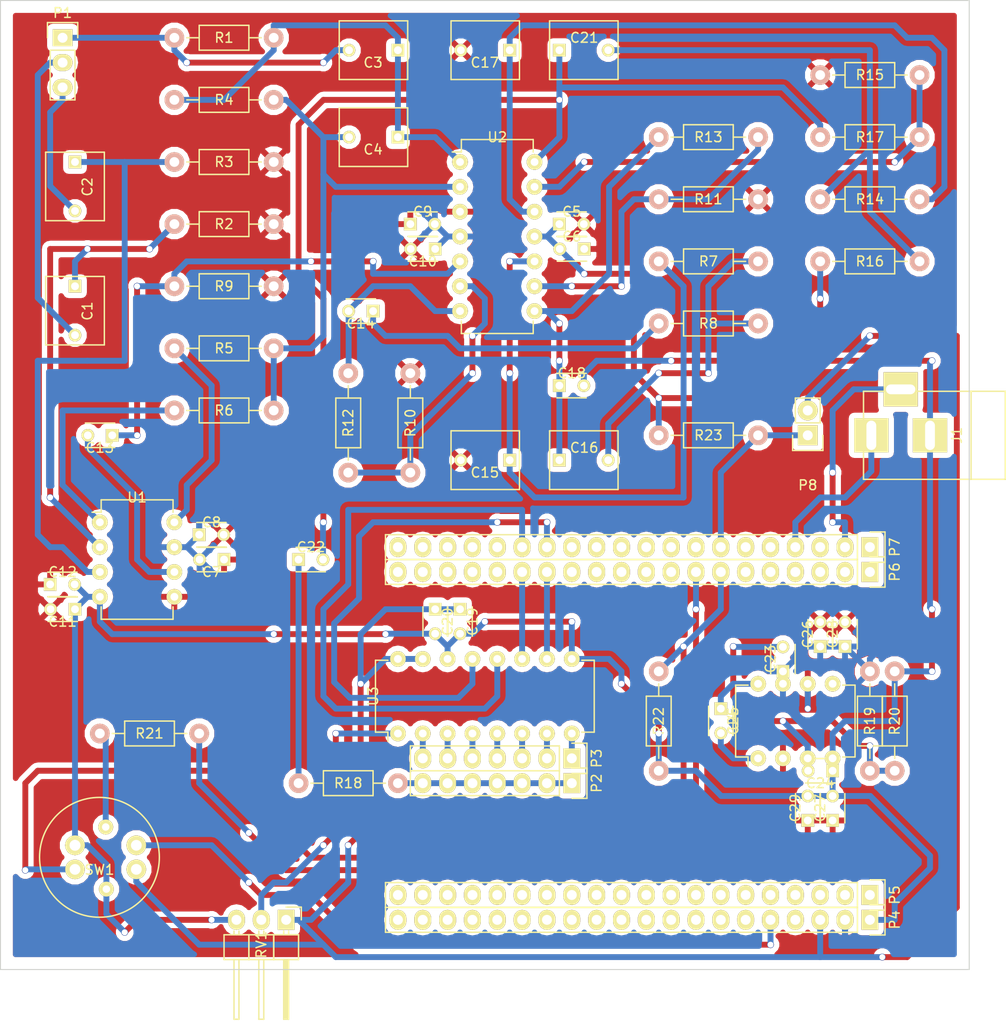
<source format=kicad_pcb>
(kicad_pcb (version 4) (host pcbnew 4.0.2-stable)
  (layers (0 F.Cu signal) (31 B.Cu signal) (34 B.Paste user) (35 F.Paste user) (36 B.SilkS user) (37 F.SilkS user) (38 B.Mask user) (39 F.Mask user) (44 Edge.Cuts user))
  (net 0 "")
  (net 1 "Net-(C1-Pad1)")
  (net 2 "Net-(C1-Pad2)")
  (net 3 "Net-(C2-Pad1)")
  (net 4 "Net-(C2-Pad2)")
  (net 5 "Net-(C3-Pad1)")
  (net 6 "Net-(C3-Pad2)")
  (net 7 "Net-(C4-Pad2)")
  (net 8 VEE)
  (net 9 GND)
  (net 10 VCC)
  (net 11 "Net-(C13-Pad1)")
  (net 12 "Net-(C13-Pad2)")
  (net 13 "Net-(C14-Pad1)")
  (net 14 "Net-(C14-Pad2)")
  (net 15 "Net-(C15-Pad1)")
  (net 16 "Net-(C16-Pad1)")
  (net 17 "Net-(C16-Pad2)")
  (net 18 "Net-(C17-Pad1)")
  (net 19 "Net-(C18-Pad2)")
  (net 20 "Net-(C19-Pad1)")
  (net 21 "Net-(C21-Pad1)")
  (net 22 "Net-(C21-Pad2)")
  (net 23 "Net-(C22-Pad1)")
  (net 24 "Net-(C23-Pad2)")
  (net 25 "Net-(C25-Pad1)")
  (net 26 "Net-(C25-Pad2)")
  (net 27 "Net-(J1-Pad1)")
  (net 28 "Net-(J1-Pad3)")
  (net 29 "Net-(P2-Pad1)")
  (net 30 "Net-(P3-Pad1)")
  (net 31 "Net-(P3-Pad2)")
  (net 32 "Net-(P3-Pad3)")
  (net 33 "Net-(P3-Pad4)")
  (net 34 "Net-(P3-Pad5)")
  (net 35 "Net-(P3-Pad6)")
  (net 36 "Net-(P3-Pad7)")
  (net 37 "Net-(P4-Pad4)")
  (net 38 "Net-(P4-Pad5)")
  (net 39 "Net-(P4-Pad6)")
  (net 40 "Net-(P4-Pad7)")
  (net 41 "Net-(P4-Pad8)")
  (net 42 "Net-(P4-Pad9)")
  (net 43 "Net-(P4-Pad10)")
  (net 44 "Net-(P4-Pad11)")
  (net 45 "Net-(P4-Pad12)")
  (net 46 "Net-(P4-Pad13)")
  (net 47 "Net-(P4-Pad14)")
  (net 48 "Net-(P4-Pad15)")
  (net 49 "Net-(P4-Pad16)")
  (net 50 "Net-(P4-Pad17)")
  (net 51 "Net-(P4-Pad18)")
  (net 52 "Net-(P4-Pad19)")
  (net 53 "Net-(P4-Pad20)")
  (net 54 "Net-(P5-Pad1)")
  (net 55 "Net-(P5-Pad2)")
  (net 56 "Net-(P5-Pad3)")
  (net 57 "Net-(P5-Pad4)")
  (net 58 "Net-(P5-Pad5)")
  (net 59 "Net-(P5-Pad6)")
  (net 60 "Net-(P5-Pad7)")
  (net 61 "Net-(P5-Pad8)")
  (net 62 "Net-(P5-Pad9)")
  (net 63 "Net-(P5-Pad10)")
  (net 64 "Net-(P5-Pad11)")
  (net 65 "Net-(P5-Pad12)")
  (net 66 "Net-(P5-Pad13)")
  (net 67 "Net-(P5-Pad14)")
  (net 68 "Net-(P5-Pad15)")
  (net 69 "Net-(P5-Pad16)")
  (net 70 "Net-(P5-Pad17)")
  (net 71 "Net-(P5-Pad18)")
  (net 72 "Net-(P5-Pad19)")
  (net 73 "Net-(P5-Pad20)")
  (net 74 "Net-(P6-Pad1)")
  (net 75 "Net-(P6-Pad2)")
  (net 76 "Net-(P6-Pad3)")
  (net 77 "Net-(P6-Pad4)")
  (net 78 "Net-(P6-Pad5)")
  (net 79 "Net-(P6-Pad6)")
  (net 80 "Net-(P6-Pad7)")
  (net 81 "Net-(P6-Pad8)")
  (net 82 "Net-(P6-Pad9)")
  (net 83 "Net-(P6-Pad10)")
  (net 84 "Net-(P6-Pad11)")
  (net 85 "Net-(P6-Pad12)")
  (net 86 "Net-(P6-Pad13)")
  (net 87 "Net-(P6-Pad14)")
  (net 88 "Net-(P6-Pad15)")
  (net 89 "Net-(P6-Pad16)")
  (net 90 "Net-(P6-Pad17)")
  (net 91 "Net-(P6-Pad18)")
  (net 92 "Net-(P6-Pad19)")
  (net 93 "Net-(P6-Pad20)")
  (net 94 "Net-(P7-Pad1)")
  (net 95 "Net-(P7-Pad3)")
  (net 96 "Net-(P7-Pad5)")
  (net 97 "Net-(P7-Pad6)")
  (net 98 "Net-(P7-Pad7)")
  (net 99 "Net-(P7-Pad8)")
  (net 100 "Net-(P7-Pad9)")
  (net 101 "Net-(P7-Pad10)")
  (net 102 "Net-(P7-Pad11)")
  (net 103 "Net-(P7-Pad12)")
  (net 104 "Net-(P7-Pad13)")
  (net 105 "Net-(P7-Pad14)")
  (net 106 "Net-(P7-Pad15)")
  (net 107 "Net-(P7-Pad16)")
  (net 108 "Net-(P7-Pad17)")
  (net 109 "Net-(P7-Pad18)")
  (net 110 "Net-(P7-Pad19)")
  (net 111 "Net-(P7-Pad20)")
  (net 112 "Net-(R5-Pad1)")
  (net 113 "Net-(R6-Pad2)")
  (net 114 "Net-(R10-Pad1)")
  (net 115 "Net-(R11-Pad1)")
  (net 116 "Net-(R15-Pad1)")
  (net 117 "Net-(R21-Pad1)")
  (net 118 "Net-(RV1-Pad2)")
  (net 119 "Net-(U4-Pad5)")
  (module Resistors_ThroughHole:Resistor_Horizontal_RM10mm (layer F.Cu) (at 74.93 124.46)
    (fp_text reference R21 (at 5.08 0) (layer F.SilkS))
    (fp_text value 1K)
    (pad 1 thru_hole circle (at 0 0) (size 1.99898 1.99898) (drill 1.00076) (layers *.Cu *.SilkS *.Mask) (net 117 "Net-(R21-Pad1)"))
    (pad 2 thru_hole circle (at 10.16 0) (size 1.99898 1.99898) (drill 1.00076) (layers *.Cu *.SilkS *.Mask) (net 81 "Net-(P6-Pad8)"))
  )
  (module Resistors_ThroughHole:Resistor_Horizontal_RM10mm (layer F.Cu) (at 132.08 118.11 270)
    (fp_text reference R22 (at 5.08 0 270) (layer F.SilkS))
    (fp_text value 10K)
    (pad 1 thru_hole circle (at 0 0 270) (size 1.99898 1.99898) (drill 1.00076) (layers *.Cu *.SilkS *.Mask) (net 80 "Net-(P6-Pad7)"))
    (pad 2 thru_hole circle (at 10.16 0 270) (size 1.99898 1.99898) (drill 1.00076) (layers *.Cu *.SilkS *.Mask) (net 8 VEE))
  )
  (module Resistors_ThroughHole:Resistor_Horizontal_RM10mm (layer F.Cu) (at 142.24 93.98 180)
    (fp_text reference R23 (at 5.08 0 180) (layer F.SilkS))
    (fp_text value 10K)
    (pad 1 thru_hole circle (at 0 0 180) (size 1.99898 1.99898) (drill 1.00076) (layers *.Cu *.SilkS *.Mask) (net 98 "Net-(P7-Pad7)"))
    (pad 2 thru_hole circle (at 10.16 0 180) (size 1.99898 1.99898) (drill 1.00076) (layers *.Cu *.SilkS *.Mask) (net 8 VEE))
  )
  (module Capacitors_ThroughHole:C_Disc_D3_P2.5 (layer F.Cu) (at 149.86 133.35 90)
    (fp_text reference C27 (at 1.27 -1.27 90) (layer F.SilkS))
    (fp_text value 1μ)
    (pad 1 thru_hole rect (at 0 0 90) (size 1.3 1.3) (drill 0.8) (layers *.Cu *.Mask F.SilkS) (net 9 GND))
    (pad 2 thru_hole circle (at 2.5 0 90) (size 1.3 1.3) (drill 0.8001) (layers *.Cu *.Mask F.SilkS) (net 8 VEE))
  )
  (module Capacitors_ThroughHole:C_Disc_D3_P2.5 (layer F.Cu) (at 151.13 115.57 90)
    (fp_text reference C28 (at 1.27 -1.27 90) (layer F.SilkS))
    (fp_text value 10μ)
    (pad 1 thru_hole rect (at 0 0 90) (size 1.3 1.3) (drill 0.8) (layers *.Cu *.Mask F.SilkS) (net 10 VCC))
    (pad 2 thru_hole circle (at 2.5 0 90) (size 1.3 1.3) (drill 0.8001) (layers *.Cu *.Mask F.SilkS) (net 9 GND))
  )
  (module Capacitors_ThroughHole:C_Disc_D3_P2.5 (layer F.Cu) (at 148.59 115.57 90)
    (fp_text reference C26 (at 1.27 -1.27 90) (layer F.SilkS))
    (fp_text value 1μ)
    (pad 1 thru_hole rect (at 0 0 90) (size 1.3 1.3) (drill 0.8) (layers *.Cu *.Mask F.SilkS) (net 10 VCC))
    (pad 2 thru_hole circle (at 2.5 0 90) (size 1.3 1.3) (drill 0.8001) (layers *.Cu *.Mask F.SilkS) (net 9 GND))
  )
  (module Capacitors_ThroughHole:C_Disc_D3_P2.5 (layer F.Cu) (at 147.32 133.35 90)
    (fp_text reference C29 (at 1.27 -1.27 90) (layer F.SilkS))
    (fp_text value 10μ)
    (pad 1 thru_hole rect (at 0 0 90) (size 1.3 1.3) (drill 0.8) (layers *.Cu *.Mask F.SilkS) (net 9 GND))
    (pad 2 thru_hole circle (at 2.5 0 90) (size 1.3 1.3) (drill 0.8001) (layers *.Cu *.Mask F.SilkS) (net 8 VEE))
  )
  (module Capacitors_ThroughHole:C_Disc_D3_P2.5 (layer F.Cu) (at 138.43 121.92 270)
    (fp_text reference C25 (at 1.27 -1.27 270) (layer F.SilkS))
    (fp_text value 1n)
    (pad 1 thru_hole rect (at 0 0 270) (size 1.3 1.3) (drill 0.8) (layers *.Cu *.Mask F.SilkS) (net 25 "Net-(C25-Pad1)"))
    (pad 2 thru_hole circle (at 2.5 0 270) (size 1.3 1.3) (drill 0.8001) (layers *.Cu *.Mask F.SilkS) (net 26 "Net-(C25-Pad2)"))
  )
  (module Capacitors_ThroughHole:C_Disc_D3_P2.5 (layer F.Cu) (at 144.78 118.11 90)
    (fp_text reference C23 (at 1.27 -1.27 90) (layer F.SilkS))
    (fp_text value .01μ)
    (pad 1 thru_hole rect (at 0 0 90) (size 1.3 1.3) (drill 0.8) (layers *.Cu *.Mask F.SilkS) (net 10 VCC))
    (pad 2 thru_hole circle (at 2.5 0 90) (size 1.3 1.3) (drill 0.8001) (layers *.Cu *.Mask F.SilkS) (net 24 "Net-(C23-Pad2)"))
  )
  (module Capacitors_ThroughHole:C_Disc_D3_P2.5 (layer F.Cu) (at 149.86 128.27 180)
    (fp_text reference C24 (at 1.27 -1.27 180) (layer F.SilkS))
    (fp_text value .01μ)
    (pad 1 thru_hole rect (at 0 0 180) (size 1.3 1.3) (drill 0.8) (layers *.Cu *.Mask F.SilkS) (net 8 VEE))
    (pad 2 thru_hole circle (at 2.5 0 180) (size 1.3 1.3) (drill 0.8001) (layers *.Cu *.Mask F.SilkS) (net 24 "Net-(C23-Pad2)"))
  )
  (module Resistors_ThroughHole:Resistor_Horizontal_RM10mm (layer F.Cu) (at 153.67 118.11 270)
    (fp_text reference R19 (at 5.08 0 270) (layer F.SilkS))
    (fp_text value 10K)
    (pad 1 thru_hole circle (at 0 0 270) (size 1.99898 1.99898) (drill 1.00076) (layers *.Cu *.SilkS *.Mask) (net 10 VCC))
    (pad 2 thru_hole circle (at 10.16 0 270) (size 1.99898 1.99898) (drill 1.00076) (layers *.Cu *.SilkS *.Mask) (net 24 "Net-(C23-Pad2)"))
  )
  (module Resistors_ThroughHole:Resistor_Horizontal_RM10mm (layer F.Cu) (at 156.21 128.27 90)
    (fp_text reference R20 (at 5.08 0 90) (layer F.SilkS))
    (fp_text value 15K)
    (pad 1 thru_hole circle (at 0 0 90) (size 1.99898 1.99898) (drill 1.00076) (layers *.Cu *.SilkS *.Mask) (net 24 "Net-(C23-Pad2)"))
    (pad 2 thru_hole circle (at 10.16 0 90) (size 1.99898 1.99898) (drill 1.00076) (layers *.Cu *.SilkS *.Mask) (net 8 VEE))
  )
  (module Capacitors_ThroughHole:C_Disc_D3_P2.5 (layer F.Cu) (at 109.22 111.76 270)
    (fp_text reference C20 (at 1.27 -1.27 270) (layer F.SilkS))
    (fp_text value 0.33μ)
    (pad 1 thru_hole rect (at 0 0 270) (size 1.3 1.3) (drill 0.8) (layers *.Cu *.Mask F.SilkS) (net 20 "Net-(C19-Pad1)"))
    (pad 2 thru_hole circle (at 2.5 0 270) (size 1.3 1.3) (drill 0.8001) (layers *.Cu *.Mask F.SilkS) (net 8 VEE))
  )
  (module Capacitors_ThroughHole:C_Disc_D3_P2.5 (layer F.Cu) (at 111.76 111.76 270)
    (fp_text reference C19 (at 1.27 -1.27 270) (layer F.SilkS))
    (fp_text value 0.01μ)
    (pad 1 thru_hole rect (at 0 0 270) (size 1.3 1.3) (drill 0.8) (layers *.Cu *.Mask F.SilkS) (net 20 "Net-(C19-Pad1)"))
    (pad 2 thru_hole circle (at 2.5 0 270) (size 1.3 1.3) (drill 0.8001) (layers *.Cu *.Mask F.SilkS) (net 8 VEE))
  )
  (module Resistors_ThroughHole:Resistor_Horizontal_RM10mm (layer F.Cu) (at 95.25 129.54)
    (fp_text reference R18 (at 5.08 0) (layer F.SilkS))
    (fp_text value 220)
    (pad 1 thru_hole circle (at 0 0) (size 1.99898 1.99898) (drill 1.00076) (layers *.Cu *.SilkS *.Mask) (net 23 "Net-(C22-Pad1)"))
    (pad 2 thru_hole circle (at 10.16 0) (size 1.99898 1.99898) (drill 1.00076) (layers *.Cu *.SilkS *.Mask) (net 29 "Net-(P2-Pad1)"))
  )
  (module Capacitors_ThroughHole:C_Disc_D3_P2.5 (layer F.Cu) (at 95.25 106.68)
    (fp_text reference C22 (at 1.27 -1.27) (layer F.SilkS))
    (fp_text value 10μ)
    (pad 1 thru_hole rect (at 0 0) (size 1.3 1.3) (drill 0.8) (layers *.Cu *.Mask F.SilkS) (net 23 "Net-(C22-Pad1)"))
    (pad 2 thru_hole circle (at 2.5 0) (size 1.3 1.3) (drill 0.8001) (layers *.Cu *.Mask F.SilkS) (net 21 "Net-(C21-Pad1)"))
  )
  (module Resistors_ThroughHole:Resistor_Horizontal_RM10mm (layer F.Cu) (at 148.59 63.5)
    (fp_text reference R17 (at 5.08 0) (layer F.SilkS))
    (fp_text value 470K)
    (pad 1 thru_hole circle (at 0 0) (size 1.99898 1.99898) (drill 1.00076) (layers *.Cu *.SilkS *.Mask) (net 21 "Net-(C21-Pad1)"))
    (pad 2 thru_hole circle (at 10.16 0) (size 1.99898 1.99898) (drill 1.00076) (layers *.Cu *.SilkS *.Mask) (net 116 "Net-(R15-Pad1)"))
  )
  (module Resistors_ThroughHole:Resistor_Horizontal_RM10mm (layer F.Cu) (at 158.75 57.15 180)
    (fp_text reference R15 (at 5.08 0 180) (layer F.SilkS))
    (fp_text value 10K)
    (pad 1 thru_hole circle (at 0 0 180) (size 1.99898 1.99898) (drill 1.00076) (layers *.Cu *.SilkS *.Mask) (net 116 "Net-(R15-Pad1)"))
    (pad 2 thru_hole circle (at 10.16 0 180) (size 1.99898 1.99898) (drill 1.00076) (layers *.Cu *.SilkS *.Mask) (net 9 GND))
  )
  (module Capacitors_ThroughHole:C_Rect_L7_W6_P5 (layer F.Cu) (at 121.92 54.61)
    (fp_text reference C21 (at 2.54 -1.27) (layer F.SilkS))
    (fp_text value 0.82μ)
    (pad 1 thru_hole rect (at 0 0) (size 1.3 1.3) (drill 0.8) (layers *.Cu *.Mask F.SilkS) (net 21 "Net-(C21-Pad1)"))
    (pad 2 thru_hole circle (at 5 0) (size 1.3 1.3) (drill 0.8) (layers *.Cu *.Mask F.SilkS) (net 22 "Net-(C21-Pad2)"))
  )
  (module Capacitors_ThroughHole:C_Rect_L7_W6_P5 (layer F.Cu) (at 116.84 54.61 180)
    (fp_text reference C17 (at 2.54 -1.27 180) (layer F.SilkS))
    (fp_text value 0.47μ)
    (pad 1 thru_hole rect (at 0 0 180) (size 1.3 1.3) (drill 0.8) (layers *.Cu *.Mask F.SilkS) (net 18 "Net-(C17-Pad1)"))
    (pad 2 thru_hole circle (at 5 0 180) (size 1.3 1.3) (drill 0.8) (layers *.Cu *.Mask F.SilkS) (net 9 GND))
  )
  (module Resistors_ThroughHole:Resistor_Horizontal_RM10mm (layer F.Cu) (at 148.59 69.85)
    (fp_text reference R14 (at 5.08 0) (layer F.SilkS))
    (fp_text value 10K)
    (pad 1 thru_hole circle (at 0 0) (size 1.99898 1.99898) (drill 1.00076) (layers *.Cu *.SilkS *.Mask) (net 22 "Net-(C21-Pad2)"))
    (pad 2 thru_hole circle (at 10.16 0) (size 1.99898 1.99898) (drill 1.00076) (layers *.Cu *.SilkS *.Mask) (net 18 "Net-(C17-Pad1)"))
  )
  (module Resistors_ThroughHole:Resistor_Horizontal_RM10mm (layer F.Cu) (at 158.75 76.2 180)
    (fp_text reference R16 (at 5.08 0 180) (layer F.SilkS))
    (fp_text value 10K)
    (pad 1 thru_hole circle (at 0 0 180) (size 1.99898 1.99898) (drill 1.00076) (layers *.Cu *.SilkS *.Mask) (net 22 "Net-(C21-Pad2)"))
    (pad 2 thru_hole circle (at 10.16 0 180) (size 1.99898 1.99898) (drill 1.00076) (layers *.Cu *.SilkS *.Mask) (net 19 "Net-(C18-Pad2)"))
  )
  (module Capacitors_ThroughHole:C_Disc_D3_P2.5 (layer F.Cu) (at 121.92 88.9)
    (fp_text reference C18 (at 1.27 -1.27) (layer F.SilkS))
    (fp_text value 10μ)
    (pad 1 thru_hole rect (at 0 0) (size 1.3 1.3) (drill 0.8) (layers *.Cu *.Mask F.SilkS) (net 16 "Net-(C16-Pad1)"))
    (pad 2 thru_hole circle (at 2.5 0) (size 1.3 1.3) (drill 0.8001) (layers *.Cu *.Mask F.SilkS) (net 19 "Net-(C18-Pad2)"))
  )
  (module Resistors_ThroughHole:Resistor_Horizontal_RM10mm (layer F.Cu) (at 132.08 63.5)
    (fp_text reference R13 (at 5.08 0) (layer F.SilkS))
    (fp_text value 470K)
    (pad 1 thru_hole circle (at 0 0) (size 1.99898 1.99898) (drill 1.00076) (layers *.Cu *.SilkS *.Mask) (net 16 "Net-(C16-Pad1)"))
    (pad 2 thru_hole circle (at 10.16 0) (size 1.99898 1.99898) (drill 1.00076) (layers *.Cu *.SilkS *.Mask) (net 115 "Net-(R11-Pad1)"))
  )
  (module Capacitors_ThroughHole:C_Rect_L7_W6_P5 (layer F.Cu) (at 116.84 96.52 180)
    (fp_text reference C15 (at 2.54 -1.27 180) (layer F.SilkS))
    (fp_text value 0.47μ)
    (pad 1 thru_hole rect (at 0 0 180) (size 1.3 1.3) (drill 0.8) (layers *.Cu *.Mask F.SilkS) (net 15 "Net-(C15-Pad1)"))
    (pad 2 thru_hole circle (at 5 0 180) (size 1.3 1.3) (drill 0.8) (layers *.Cu *.Mask F.SilkS) (net 9 GND))
  )
  (module Capacitors_ThroughHole:C_Rect_L7_W6_P5 (layer F.Cu) (at 121.92 96.52)
    (fp_text reference C16 (at 2.54 -1.27) (layer F.SilkS))
    (fp_text value 0.82μ)
    (pad 1 thru_hole rect (at 0 0) (size 1.3 1.3) (drill 0.8) (layers *.Cu *.Mask F.SilkS) (net 16 "Net-(C16-Pad1)"))
    (pad 2 thru_hole circle (at 5 0) (size 1.3 1.3) (drill 0.8) (layers *.Cu *.Mask F.SilkS) (net 17 "Net-(C16-Pad2)"))
  )
  (module Resistors_ThroughHole:Resistor_Horizontal_RM10mm (layer F.Cu) (at 132.08 76.2)
    (fp_text reference R7 (at 5.08 0) (layer F.SilkS))
    (fp_text value 10K)
    (pad 1 thru_hole circle (at 0 0) (size 1.99898 1.99898) (drill 1.00076) (layers *.Cu *.SilkS *.Mask) (net 15 "Net-(C15-Pad1)"))
    (pad 2 thru_hole circle (at 10.16 0) (size 1.99898 1.99898) (drill 1.00076) (layers *.Cu *.SilkS *.Mask) (net 17 "Net-(C16-Pad2)"))
  )
  (module Resistors_ThroughHole:Resistor_Horizontal_RM10mm (layer F.Cu) (at 142.24 82.55 180)
    (fp_text reference R8 (at 5.08 0 180) (layer F.SilkS))
    (fp_text value 10K)
    (pad 1 thru_hole circle (at 0 0 180) (size 1.99898 1.99898) (drill 1.00076) (layers *.Cu *.SilkS *.Mask) (net 17 "Net-(C16-Pad2)"))
    (pad 2 thru_hole circle (at 10.16 0 180) (size 1.99898 1.99898) (drill 1.00076) (layers *.Cu *.SilkS *.Mask) (net 13 "Net-(C14-Pad1)"))
  )
  (module Capacitors_ThroughHole:C_Disc_D3_P2.5 (layer F.Cu) (at 102.87 81.28 180)
    (fp_text reference C14 (at 1.27 -1.27 180) (layer F.SilkS))
    (fp_text value 10μ)
    (pad 1 thru_hole rect (at 0 0 180) (size 1.3 1.3) (drill 0.8) (layers *.Cu *.Mask F.SilkS) (net 13 "Net-(C14-Pad1)"))
    (pad 2 thru_hole circle (at 2.5 0 180) (size 1.3 1.3) (drill 0.8001) (layers *.Cu *.Mask F.SilkS) (net 14 "Net-(C14-Pad2)"))
  )
  (module Resistors_ThroughHole:Resistor_Horizontal_RM10mm (layer F.Cu) (at 100.33 87.63 270)
    (fp_text reference R12 (at 5.08 0 270) (layer F.SilkS))
    (fp_text value 470K)
    (pad 1 thru_hole circle (at 0 0 270) (size 1.99898 1.99898) (drill 1.00076) (layers *.Cu *.SilkS *.Mask) (net 14 "Net-(C14-Pad2)"))
    (pad 2 thru_hole circle (at 10.16 0 270) (size 1.99898 1.99898) (drill 1.00076) (layers *.Cu *.SilkS *.Mask) (net 114 "Net-(R10-Pad1)"))
  )
  (module Resistors_ThroughHole:Resistor_Horizontal_RM10mm (layer F.Cu) (at 132.08 69.85)
    (fp_text reference R11 (at 5.08 0) (layer F.SilkS))
    (fp_text value 10K)
    (pad 1 thru_hole circle (at 0 0) (size 1.99898 1.99898) (drill 1.00076) (layers *.Cu *.SilkS *.Mask) (net 115 "Net-(R11-Pad1)"))
    (pad 2 thru_hole circle (at 10.16 0) (size 1.99898 1.99898) (drill 1.00076) (layers *.Cu *.SilkS *.Mask) (net 9 GND))
  )
  (module Resistors_ThroughHole:Resistor_Horizontal_RM10mm (layer F.Cu) (at 106.68 97.79 90)
    (fp_text reference R10 (at 5.08 0 90) (layer F.SilkS))
    (fp_text value 10K)
    (pad 1 thru_hole circle (at 0 0 90) (size 1.99898 1.99898) (drill 1.00076) (layers *.Cu *.SilkS *.Mask) (net 114 "Net-(R10-Pad1)"))
    (pad 2 thru_hole circle (at 10.16 0 90) (size 1.99898 1.99898) (drill 1.00076) (layers *.Cu *.SilkS *.Mask) (net 9 GND))
  )
  (module Resistors_ThroughHole:Resistor_Horizontal_RM10mm (layer F.Cu) (at 82.55 78.74)
    (fp_text reference R9 (at 5.08 0) (layer F.SilkS))
    (fp_text value 10K)
    (pad 1 thru_hole circle (at 0 0) (size 1.99898 1.99898) (drill 1.00076) (layers *.Cu *.SilkS *.Mask) (net 11 "Net-(C13-Pad1)"))
    (pad 2 thru_hole circle (at 10.16 0) (size 1.99898 1.99898) (drill 1.00076) (layers *.Cu *.SilkS *.Mask) (net 9 GND))
  )
  (module Capacitors_ThroughHole:C_Disc_D3_P2.5 (layer F.Cu) (at 76.2 93.98 180)
    (fp_text reference C13 (at 1.27 -1.27 180) (layer F.SilkS))
    (fp_text value 10μ)
    (pad 1 thru_hole rect (at 0 0 180) (size 1.3 1.3) (drill 0.8) (layers *.Cu *.Mask F.SilkS) (net 11 "Net-(C13-Pad1)"))
    (pad 2 thru_hole circle (at 2.5 0 180) (size 1.3 1.3) (drill 0.8001) (layers *.Cu *.Mask F.SilkS) (net 12 "Net-(C13-Pad2)"))
  )
  (module Capacitors_ThroughHole:C_Disc_D3_P2.5 (layer F.Cu) (at 109.22 74.93 180)
    (fp_text reference C10 (at 1.27 -1.27 180) (layer F.SilkS))
    (fp_text value 0.33μ)
    (pad 1 thru_hole rect (at 0 0 180) (size 1.3 1.3) (drill 0.8) (layers *.Cu *.Mask F.SilkS) (net 10 VCC))
    (pad 2 thru_hole circle (at 2.5 0 180) (size 1.3 1.3) (drill 0.8001) (layers *.Cu *.Mask F.SilkS) (net 9 GND))
  )
  (module Capacitors_ThroughHole:C_Disc_D3_P2.5 (layer F.Cu) (at 106.68 72.39)
    (fp_text reference C9 (at 1.27 -1.27) (layer F.SilkS))
    (fp_text value 0.01μ)
    (pad 1 thru_hole rect (at 0 0) (size 1.3 1.3) (drill 0.8) (layers *.Cu *.Mask F.SilkS) (net 9 GND))
    (pad 2 thru_hole circle (at 2.5 0) (size 1.3 1.3) (drill 0.8001) (layers *.Cu *.Mask F.SilkS) (net 10 VCC))
  )
  (module Capacitors_ThroughHole:C_Disc_D3_P2.5 (layer F.Cu) (at 124.46 74.93 180)
    (fp_text reference C6 (at 1.27 1.27 180) (layer F.SilkS))
    (fp_text value 0.33μ)
    (pad 1 thru_hole rect (at 0 0 180) (size 1.3 1.3) (drill 0.8) (layers *.Cu *.Mask F.SilkS) (net 9 GND))
    (pad 2 thru_hole circle (at 2.5 0 180) (size 1.3 1.3) (drill 0.8001) (layers *.Cu *.Mask F.SilkS) (net 8 VEE))
  )
  (module Capacitors_ThroughHole:C_Disc_D3_P2.5 (layer F.Cu) (at 121.92 72.39)
    (fp_text reference C5 (at 1.27 -1.27) (layer F.SilkS))
    (fp_text value 0.01μ)
    (pad 1 thru_hole rect (at 0 0) (size 1.3 1.3) (drill 0.8) (layers *.Cu *.Mask F.SilkS) (net 8 VEE))
    (pad 2 thru_hole circle (at 2.5 0) (size 1.3 1.3) (drill 0.8001) (layers *.Cu *.Mask F.SilkS) (net 9 GND))
  )
  (module Resistors_ThroughHole:Resistor_Horizontal_RM10mm (layer F.Cu) (at 82.55 85.09)
    (fp_text reference R5 (at 5.08 0) (layer F.SilkS))
    (fp_text value 100)
    (pad 1 thru_hole circle (at 0 0) (size 1.99898 1.99898) (drill 1.00076) (layers *.Cu *.SilkS *.Mask) (net 112 "Net-(R5-Pad1)"))
    (pad 2 thru_hole circle (at 10.16 0) (size 1.99898 1.99898) (drill 1.00076) (layers *.Cu *.SilkS *.Mask) (net 7 "Net-(C4-Pad2)"))
  )
  (module Resistors_ThroughHole:Resistor_Horizontal_RM10mm (layer F.Cu) (at 92.71 91.44 180)
    (fp_text reference R6 (at 5.08 0 180) (layer F.SilkS))
    (fp_text value 100)
    (pad 1 thru_hole circle (at 0 0 180) (size 1.99898 1.99898) (drill 1.00076) (layers *.Cu *.SilkS *.Mask) (net 7 "Net-(C4-Pad2)"))
    (pad 2 thru_hole circle (at 10.16 0 180) (size 1.99898 1.99898) (drill 1.00076) (layers *.Cu *.SilkS *.Mask) (net 113 "Net-(R6-Pad2)"))
  )
  (module Capacitors_ThroughHole:C_Disc_D3_P2.5 (layer F.Cu) (at 85.09 104.14)
    (fp_text reference C8 (at 1.27 -1.27) (layer F.SilkS))
    (fp_text value 0.33μ)
    (pad 1 thru_hole rect (at 0 0) (size 1.3 1.3) (drill 0.8) (layers *.Cu *.Mask F.SilkS) (net 10 VCC))
    (pad 2 thru_hole circle (at 2.5 0) (size 1.3 1.3) (drill 0.8001) (layers *.Cu *.Mask F.SilkS) (net 9 GND))
  )
  (module Capacitors_ThroughHole:C_Disc_D3_P2.5 (layer F.Cu) (at 87.63 106.68 180)
    (fp_text reference C7 (at 1.27 -1.27 180) (layer F.SilkS))
    (fp_text value 0.01μ)
    (pad 1 thru_hole rect (at 0 0 180) (size 1.3 1.3) (drill 0.8) (layers *.Cu *.Mask F.SilkS) (net 9 GND))
    (pad 2 thru_hole circle (at 2.5 0 180) (size 1.3 1.3) (drill 0.8001) (layers *.Cu *.Mask F.SilkS) (net 10 VCC))
  )
  (module Capacitors_ThroughHole:C_Disc_D3_P2.5 (layer F.Cu) (at 72.39 111.76 180)
    (fp_text reference C11 (at 1.27 -1.27 180) (layer F.SilkS))
    (fp_text value 0.01μ)
    (pad 1 thru_hole rect (at 0 0 180) (size 1.3 1.3) (drill 0.8) (layers *.Cu *.Mask F.SilkS) (net 8 VEE))
    (pad 2 thru_hole circle (at 2.5 0 180) (size 1.3 1.3) (drill 0.8001) (layers *.Cu *.Mask F.SilkS) (net 9 GND))
  )
  (module Capacitors_ThroughHole:C_Disc_D3_P2.5 (layer F.Cu) (at 69.85 109.22)
    (fp_text reference C12 (at 1.27 -1.27) (layer F.SilkS))
    (fp_text value 0.33μ)
    (pad 1 thru_hole rect (at 0 0) (size 1.3 1.3) (drill 0.8) (layers *.Cu *.Mask F.SilkS) (net 9 GND))
    (pad 2 thru_hole circle (at 2.5 0) (size 1.3 1.3) (drill 0.8001) (layers *.Cu *.Mask F.SilkS) (net 8 VEE))
  )
  (module Housings_DIP:DIP-8_W7.62mm (layer F.Cu) (at 74.93 102.87)
    (fp_text reference U1 (at 3.81 -2.54) (layer F.SilkS))
    (fp_text value AD620)
    (pad 1 thru_hole oval (at 0 0) (size 1.6 1.6) (drill 0.8) (layers *.Cu *.Mask F.SilkS) (net 113 "Net-(R6-Pad2)"))
    (pad 2 thru_hole oval (at 0 2.54) (size 1.6 1.6) (drill 0.8) (layers *.Cu *.Mask F.SilkS) (net 1 "Net-(C1-Pad1)"))
    (pad 3 thru_hole oval (at 0 5.08) (size 1.6 1.6) (drill 0.8) (layers *.Cu *.Mask F.SilkS) (net 3 "Net-(C2-Pad1)"))
    (pad 4 thru_hole oval (at 0 7.62) (size 1.6 1.6) (drill 0.8) (layers *.Cu *.Mask F.SilkS) (net 8 VEE))
    (pad 5 thru_hole oval (at 7.62 7.62) (size 1.6 1.6) (drill 0.8) (layers *.Cu *.Mask F.SilkS) (net 9 GND))
    (pad 6 thru_hole oval (at 7.62 5.08) (size 1.6 1.6) (drill 0.8) (layers *.Cu *.Mask F.SilkS) (net 12 "Net-(C13-Pad2)"))
    (pad 7 thru_hole oval (at 7.62 2.54) (size 1.6 1.6) (drill 0.8) (layers *.Cu *.Mask F.SilkS) (net 10 VCC))
    (pad 8 thru_hole oval (at 7.62 0) (size 1.6 1.6) (drill 0.8) (layers *.Cu *.Mask F.SilkS) (net 112 "Net-(R5-Pad1)"))
  )
  (module Resistors_ThroughHole:Resistor_Horizontal_RM10mm (layer F.Cu) (at 82.55 66.04)
    (fp_text reference R3 (at 5.08 0) (layer F.SilkS))
    (fp_text value 15M)
    (pad 1 thru_hole circle (at 0 0) (size 1.99898 1.99898) (drill 1.00076) (layers *.Cu *.SilkS *.Mask) (net 3 "Net-(C2-Pad1)"))
    (pad 2 thru_hole circle (at 10.16 0) (size 1.99898 1.99898) (drill 1.00076) (layers *.Cu *.SilkS *.Mask) (net 9 GND))
  )
  (module Resistors_ThroughHole:Resistor_Horizontal_RM10mm (layer F.Cu) (at 82.55 72.39)
    (fp_text reference R2 (at 5.08 0) (layer F.SilkS))
    (fp_text value 15M)
    (pad 1 thru_hole circle (at 0 0) (size 1.99898 1.99898) (drill 1.00076) (layers *.Cu *.SilkS *.Mask) (net 1 "Net-(C1-Pad1)"))
    (pad 2 thru_hole circle (at 10.16 0) (size 1.99898 1.99898) (drill 1.00076) (layers *.Cu *.SilkS *.Mask) (net 9 GND))
  )
  (module Capacitors_ThroughHole:C_Rect_L7_W6_P5 (layer F.Cu) (at 72.39 66.04 270)
    (fp_text reference C2 (at 2.54 -1.27 270) (layer F.SilkS))
    (fp_text value 0.01μ)
    (pad 1 thru_hole rect (at 0 0 270) (size 1.3 1.3) (drill 0.8) (layers *.Cu *.Mask F.SilkS) (net 3 "Net-(C2-Pad1)"))
    (pad 2 thru_hole circle (at 5 0 270) (size 1.3 1.3) (drill 0.8) (layers *.Cu *.Mask F.SilkS) (net 4 "Net-(C2-Pad2)"))
  )
  (module Capacitors_ThroughHole:C_Rect_L7_W6_P5 (layer F.Cu) (at 72.39 78.74 270)
    (fp_text reference C1 (at 2.54 -1.27 270) (layer F.SilkS))
    (fp_text value 0.01μ)
    (pad 1 thru_hole rect (at 0 0 270) (size 1.3 1.3) (drill 0.8) (layers *.Cu *.Mask F.SilkS) (net 1 "Net-(C1-Pad1)"))
    (pad 2 thru_hole circle (at 5 0 270) (size 1.3 1.3) (drill 0.8) (layers *.Cu *.Mask F.SilkS) (net 2 "Net-(C1-Pad2)"))
  )
  (module Capacitors_ThroughHole:C_Rect_L7_W6_P5 (layer F.Cu) (at 105.41 54.61 180)
    (fp_text reference C3 (at 2.54 -1.27 180) (layer F.SilkS))
    (fp_text value 1n)
    (pad 1 thru_hole rect (at 0 0 180) (size 1.3 1.3) (drill 0.8) (layers *.Cu *.Mask F.SilkS) (net 5 "Net-(C3-Pad1)"))
    (pad 2 thru_hole circle (at 5 0 180) (size 1.3 1.3) (drill 0.8) (layers *.Cu *.Mask F.SilkS) (net 6 "Net-(C3-Pad2)"))
  )
  (module Capacitors_ThroughHole:C_Rect_L7_W6_P5 (layer F.Cu) (at 105.41 63.5 180)
    (fp_text reference C4 (at 2.54 -1.27 180) (layer F.SilkS))
    (fp_text value 1n)
    (pad 1 thru_hole rect (at 0 0 180) (size 1.3 1.3) (drill 0.8) (layers *.Cu *.Mask F.SilkS) (net 5 "Net-(C3-Pad1)"))
    (pad 2 thru_hole circle (at 5 0 180) (size 1.3 1.3) (drill 0.8) (layers *.Cu *.Mask F.SilkS) (net 7 "Net-(C4-Pad2)"))
  )
  (module Housings_DIP:DIP-14_W7.62mm (layer F.Cu) (at 111.76 66.04)
    (fp_text reference U2 (at 3.81 -2.54) (layer F.SilkS))
    (fp_text value LM324)
    (pad 1 thru_hole oval (at 0 0) (size 1.6 1.6) (drill 0.8) (layers *.Cu *.Mask F.SilkS) (net 5 "Net-(C3-Pad1)"))
    (pad 2 thru_hole oval (at 0 2.54) (size 1.6 1.6) (drill 0.8) (layers *.Cu *.Mask F.SilkS) (net 7 "Net-(C4-Pad2)"))
    (pad 3 thru_hole oval (at 0 5.08) (size 1.6 1.6) (drill 0.8) (layers *.Cu *.Mask F.SilkS) (net 9 GND))
    (pad 4 thru_hole oval (at 0 7.62) (size 1.6 1.6) (drill 0.8) (layers *.Cu *.Mask F.SilkS) (net 10 VCC))
    (pad 5 thru_hole oval (at 0 10.16) (size 1.6 1.6) (drill 0.8) (layers *.Cu *.Mask F.SilkS) (net 11 "Net-(C13-Pad1)"))
    (pad 6 thru_hole oval (at 0 12.7) (size 1.6 1.6) (drill 0.8) (layers *.Cu *.Mask F.SilkS) (net 114 "Net-(R10-Pad1)"))
    (pad 7 thru_hole oval (at 0 15.24) (size 1.6 1.6) (drill 0.8) (layers *.Cu *.Mask F.SilkS) (net 14 "Net-(C14-Pad2)"))
    (pad 8 thru_hole oval (at 7.62 15.24) (size 1.6 1.6) (drill 0.8) (layers *.Cu *.Mask F.SilkS) (net 16 "Net-(C16-Pad1)"))
    (pad 9 thru_hole oval (at 7.62 12.7) (size 1.6 1.6) (drill 0.8) (layers *.Cu *.Mask F.SilkS) (net 115 "Net-(R11-Pad1)"))
    (pad 10 thru_hole oval (at 7.62 10.16) (size 1.6 1.6) (drill 0.8) (layers *.Cu *.Mask F.SilkS) (net 15 "Net-(C15-Pad1)"))
    (pad 11 thru_hole oval (at 7.62 7.62) (size 1.6 1.6) (drill 0.8) (layers *.Cu *.Mask F.SilkS) (net 8 VEE))
    (pad 12 thru_hole oval (at 7.62 5.08) (size 1.6 1.6) (drill 0.8) (layers *.Cu *.Mask F.SilkS) (net 18 "Net-(C17-Pad1)"))
    (pad 13 thru_hole oval (at 7.62 2.54) (size 1.6 1.6) (drill 0.8) (layers *.Cu *.Mask F.SilkS) (net 116 "Net-(R15-Pad1)"))
    (pad 14 thru_hole oval (at 7.62 0) (size 1.6 1.6) (drill 0.8) (layers *.Cu *.Mask F.SilkS) (net 21 "Net-(C21-Pad1)"))
  )
  (module Housings_DIP:DIP-8_W7.62mm (layer F.Cu) (at 142.24 127 90)
    (fp_text reference U4 (at 3.81 -2.54 90) (layer F.SilkS))
    (fp_text value CA3140)
    (pad 1 thru_hole oval (at 0 0 90) (size 1.6 1.6) (drill 0.8) (layers *.Cu *.Mask F.SilkS) (net 26 "Net-(C25-Pad2)"))
    (pad 2 thru_hole oval (at 0 2.54 90) (size 1.6 1.6) (drill 0.8) (layers *.Cu *.Mask F.SilkS) (net 9 GND))
    (pad 3 thru_hole oval (at 0 5.08 90) (size 1.6 1.6) (drill 0.8) (layers *.Cu *.Mask F.SilkS) (net 24 "Net-(C23-Pad2)"))
    (pad 4 thru_hole oval (at 0 7.62 90) (size 1.6 1.6) (drill 0.8) (layers *.Cu *.Mask F.SilkS) (net 8 VEE))
    (pad 5 thru_hole oval (at 7.62 7.62 90) (size 1.6 1.6) (drill 0.8) (layers *.Cu *.Mask F.SilkS) (net 119 "Net-(U4-Pad5)"))
    (pad 6 thru_hole oval (at 7.62 5.08 90) (size 1.6 1.6) (drill 0.8) (layers *.Cu *.Mask F.SilkS) (net 9 GND))
    (pad 7 thru_hole oval (at 7.62 2.54 90) (size 1.6 1.6) (drill 0.8) (layers *.Cu *.Mask F.SilkS) (net 10 VCC))
    (pad 8 thru_hole oval (at 7.62 0 90) (size 1.6 1.6) (drill 0.8) (layers *.Cu *.Mask F.SilkS) (net 25 "Net-(C25-Pad1)"))
  )
  (module Pin_Headers:Pin_Header_Angled_1x03 (layer F.Cu) (at 93.98 143.51 270)
    (fp_text reference RV1 (at 2.54 2.54 270) (layer F.SilkS))
    (fp_text value POT)
    (pad 1 thru_hole rect (at 0 0 270) (size 2.032 1.7272) (drill 1.016) (layers *.Cu *.Mask F.SilkS) (net 20 "Net-(C19-Pad1)"))
    (pad 2 thru_hole oval (at 0 2.54 270) (size 2.032 1.7272) (drill 1.016) (layers *.Cu *.Mask F.SilkS) (net 118 "Net-(RV1-Pad2)"))
    (pad 3 thru_hole oval (at 0 5.08 270) (size 2.032 1.7272) (drill 1.016) (layers *.Cu *.Mask F.SilkS) (net 8 VEE))
  )
  (module Connect:BARREL_JACK (layer F.Cu) (at 160.02 93.98 180)
    (fp_text reference J1 (at -2.54 0 270) (layer F.SilkS))
    (fp_text value JACK_2P)
    (pad 1 thru_hole rect (at 6.20014 0 180) (size 3.50012 3.50012) (drill oval 1.00076 2.99974) (layers *.Cu *.Mask F.SilkS) (net 27 "Net-(J1-Pad1)"))
    (pad 2 thru_hole rect (at 0.20066 0 180) (size 3.50012 3.50012) (drill oval 1.00076 2.99974) (layers *.Cu *.Mask F.SilkS) (net 8 VEE))
    (pad 3 thru_hole rect (at 3.2004 4.699 180) (size 3.50012 3.50012) (drill oval 2.99974 1.00076) (layers *.Cu *.Mask F.SilkS) (net 28 "Net-(J1-Pad3)"))
  )
  (module Pin_Headers:Pin_Header_Straight_1x20 (layer F.Cu) (at 153.67 105.41 270)
    (fp_text reference P7 (at 0 -2.54 270) (layer F.SilkS))
    (fp_text value CONN_01X20)
    (pad 1 thru_hole rect (at 0 0 270) (size 2.032 1.7272) (drill 1.016) (layers *.Cu *.Mask F.SilkS) (net 94 "Net-(P7-Pad1)"))
    (pad 2 thru_hole oval (at 0 2.54 270) (size 2.032 1.7272) (drill 1.016) (layers *.Cu *.Mask F.SilkS) (net 28 "Net-(J1-Pad3)"))
    (pad 3 thru_hole oval (at 0 5.08 270) (size 2.032 1.7272) (drill 1.016) (layers *.Cu *.Mask F.SilkS) (net 95 "Net-(P7-Pad3)"))
    (pad 4 thru_hole oval (at 0 7.62 270) (size 2.032 1.7272) (drill 1.016) (layers *.Cu *.Mask F.SilkS) (net 27 "Net-(J1-Pad1)"))
    (pad 5 thru_hole oval (at 0 10.16 270) (size 2.032 1.7272) (drill 1.016) (layers *.Cu *.Mask F.SilkS) (net 96 "Net-(P7-Pad5)"))
    (pad 6 thru_hole oval (at 0 12.7 270) (size 2.032 1.7272) (drill 1.016) (layers *.Cu *.Mask F.SilkS) (net 97 "Net-(P7-Pad6)"))
    (pad 7 thru_hole oval (at 0 15.24 270) (size 2.032 1.7272) (drill 1.016) (layers *.Cu *.Mask F.SilkS) (net 98 "Net-(P7-Pad7)"))
    (pad 8 thru_hole oval (at 0 17.78 270) (size 2.032 1.7272) (drill 1.016) (layers *.Cu *.Mask F.SilkS) (net 99 "Net-(P7-Pad8)"))
    (pad 9 thru_hole oval (at 0 20.32 270) (size 2.032 1.7272) (drill 1.016) (layers *.Cu *.Mask F.SilkS) (net 100 "Net-(P7-Pad9)"))
    (pad 10 thru_hole oval (at 0 22.86 270) (size 2.032 1.7272) (drill 1.016) (layers *.Cu *.Mask F.SilkS) (net 101 "Net-(P7-Pad10)"))
    (pad 11 thru_hole oval (at 0 25.4 270) (size 2.032 1.7272) (drill 1.016) (layers *.Cu *.Mask F.SilkS) (net 102 "Net-(P7-Pad11)"))
    (pad 12 thru_hole oval (at 0 27.94 270) (size 2.032 1.7272) (drill 1.016) (layers *.Cu *.Mask F.SilkS) (net 103 "Net-(P7-Pad12)"))
    (pad 13 thru_hole oval (at 0 30.48 270) (size 2.032 1.7272) (drill 1.016) (layers *.Cu *.Mask F.SilkS) (net 104 "Net-(P7-Pad13)"))
    (pad 14 thru_hole oval (at 0 33.02 270) (size 2.032 1.7272) (drill 1.016) (layers *.Cu *.Mask F.SilkS) (net 105 "Net-(P7-Pad14)"))
    (pad 15 thru_hole oval (at 0 35.56 270) (size 2.032 1.7272) (drill 1.016) (layers *.Cu *.Mask F.SilkS) (net 106 "Net-(P7-Pad15)"))
    (pad 16 thru_hole oval (at 0 38.1 270) (size 2.032 1.7272) (drill 1.016) (layers *.Cu *.Mask F.SilkS) (net 107 "Net-(P7-Pad16)"))
    (pad 17 thru_hole oval (at 0 40.64 270) (size 2.032 1.7272) (drill 1.016) (layers *.Cu *.Mask F.SilkS) (net 108 "Net-(P7-Pad17)"))
    (pad 18 thru_hole oval (at 0 43.18 270) (size 2.032 1.7272) (drill 1.016) (layers *.Cu *.Mask F.SilkS) (net 109 "Net-(P7-Pad18)"))
    (pad 19 thru_hole oval (at 0 45.72 270) (size 2.032 1.7272) (drill 1.016) (layers *.Cu *.Mask F.SilkS) (net 110 "Net-(P7-Pad19)"))
    (pad 20 thru_hole oval (at 0 48.26 270) (size 2.032 1.7272) (drill 1.016) (layers *.Cu *.Mask F.SilkS) (net 111 "Net-(P7-Pad20)"))
  )
  (module Pin_Headers:Pin_Header_Straight_1x20 (layer F.Cu) (at 153.67 107.95 270)
    (fp_text reference P6 (at 0 -2.54 270) (layer F.SilkS))
    (fp_text value CONN_01X20)
    (pad 1 thru_hole rect (at 0 0 270) (size 2.032 1.7272) (drill 1.016) (layers *.Cu *.Mask F.SilkS) (net 74 "Net-(P6-Pad1)"))
    (pad 2 thru_hole oval (at 0 2.54 270) (size 2.032 1.7272) (drill 1.016) (layers *.Cu *.Mask F.SilkS) (net 75 "Net-(P6-Pad2)"))
    (pad 3 thru_hole oval (at 0 5.08 270) (size 2.032 1.7272) (drill 1.016) (layers *.Cu *.Mask F.SilkS) (net 76 "Net-(P6-Pad3)"))
    (pad 4 thru_hole oval (at 0 7.62 270) (size 2.032 1.7272) (drill 1.016) (layers *.Cu *.Mask F.SilkS) (net 77 "Net-(P6-Pad4)"))
    (pad 5 thru_hole oval (at 0 10.16 270) (size 2.032 1.7272) (drill 1.016) (layers *.Cu *.Mask F.SilkS) (net 78 "Net-(P6-Pad5)"))
    (pad 6 thru_hole oval (at 0 12.7 270) (size 2.032 1.7272) (drill 1.016) (layers *.Cu *.Mask F.SilkS) (net 79 "Net-(P6-Pad6)"))
    (pad 7 thru_hole oval (at 0 15.24 270) (size 2.032 1.7272) (drill 1.016) (layers *.Cu *.Mask F.SilkS) (net 80 "Net-(P6-Pad7)"))
    (pad 8 thru_hole oval (at 0 17.78 270) (size 2.032 1.7272) (drill 1.016) (layers *.Cu *.Mask F.SilkS) (net 81 "Net-(P6-Pad8)"))
    (pad 9 thru_hole oval (at 0 20.32 270) (size 2.032 1.7272) (drill 1.016) (layers *.Cu *.Mask F.SilkS) (net 82 "Net-(P6-Pad9)"))
    (pad 10 thru_hole oval (at 0 22.86 270) (size 2.032 1.7272) (drill 1.016) (layers *.Cu *.Mask F.SilkS) (net 83 "Net-(P6-Pad10)"))
    (pad 11 thru_hole oval (at 0 25.4 270) (size 2.032 1.7272) (drill 1.016) (layers *.Cu *.Mask F.SilkS) (net 84 "Net-(P6-Pad11)"))
    (pad 12 thru_hole oval (at 0 27.94 270) (size 2.032 1.7272) (drill 1.016) (layers *.Cu *.Mask F.SilkS) (net 85 "Net-(P6-Pad12)"))
    (pad 13 thru_hole oval (at 0 30.48 270) (size 2.032 1.7272) (drill 1.016) (layers *.Cu *.Mask F.SilkS) (net 86 "Net-(P6-Pad13)"))
    (pad 14 thru_hole oval (at 0 33.02 270) (size 2.032 1.7272) (drill 1.016) (layers *.Cu *.Mask F.SilkS) (net 87 "Net-(P6-Pad14)"))
    (pad 15 thru_hole oval (at 0 35.56 270) (size 2.032 1.7272) (drill 1.016) (layers *.Cu *.Mask F.SilkS) (net 88 "Net-(P6-Pad15)"))
    (pad 16 thru_hole oval (at 0 38.1 270) (size 2.032 1.7272) (drill 1.016) (layers *.Cu *.Mask F.SilkS) (net 89 "Net-(P6-Pad16)"))
    (pad 17 thru_hole oval (at 0 40.64 270) (size 2.032 1.7272) (drill 1.016) (layers *.Cu *.Mask F.SilkS) (net 90 "Net-(P6-Pad17)"))
    (pad 18 thru_hole oval (at 0 43.18 270) (size 2.032 1.7272) (drill 1.016) (layers *.Cu *.Mask F.SilkS) (net 91 "Net-(P6-Pad18)"))
    (pad 19 thru_hole oval (at 0 45.72 270) (size 2.032 1.7272) (drill 1.016) (layers *.Cu *.Mask F.SilkS) (net 92 "Net-(P6-Pad19)"))
    (pad 20 thru_hole oval (at 0 48.26 270) (size 2.032 1.7272) (drill 1.016) (layers *.Cu *.Mask F.SilkS) (net 93 "Net-(P6-Pad20)"))
  )
  (module Housings_DIP:DIP-16_W7.62mm (layer F.Cu) (at 105.41 124.46 90)
    (fp_text reference U3 (at 3.81 -2.54 90) (layer F.SilkS))
    (fp_text value MCP3008)
    (pad 1 thru_hole oval (at 0 0 90) (size 1.6 1.6) (drill 0.8) (layers *.Cu *.Mask F.SilkS) (net 118 "Net-(RV1-Pad2)"))
    (pad 2 thru_hole oval (at 0 2.54 90) (size 1.6 1.6) (drill 0.8) (layers *.Cu *.Mask F.SilkS) (net 36 "Net-(P3-Pad7)"))
    (pad 3 thru_hole oval (at 0 5.08 90) (size 1.6 1.6) (drill 0.8) (layers *.Cu *.Mask F.SilkS) (net 35 "Net-(P3-Pad6)"))
    (pad 4 thru_hole oval (at 0 7.62 90) (size 1.6 1.6) (drill 0.8) (layers *.Cu *.Mask F.SilkS) (net 34 "Net-(P3-Pad5)"))
    (pad 5 thru_hole oval (at 0 10.16 90) (size 1.6 1.6) (drill 0.8) (layers *.Cu *.Mask F.SilkS) (net 33 "Net-(P3-Pad4)"))
    (pad 6 thru_hole oval (at 0 12.7 90) (size 1.6 1.6) (drill 0.8) (layers *.Cu *.Mask F.SilkS) (net 32 "Net-(P3-Pad3)"))
    (pad 7 thru_hole oval (at 0 15.24 90) (size 1.6 1.6) (drill 0.8) (layers *.Cu *.Mask F.SilkS) (net 31 "Net-(P3-Pad2)"))
    (pad 8 thru_hole oval (at 0 17.78 90) (size 1.6 1.6) (drill 0.8) (layers *.Cu *.Mask F.SilkS) (net 30 "Net-(P3-Pad1)"))
    (pad 9 thru_hole oval (at 7.62 17.78 90) (size 1.6 1.6) (drill 0.8) (layers *.Cu *.Mask F.SilkS) (net 8 VEE))
    (pad 10 thru_hole oval (at 7.62 15.24 90) (size 1.6 1.6) (drill 0.8) (layers *.Cu *.Mask F.SilkS) (net 87 "Net-(P6-Pad14)"))
    (pad 11 thru_hole oval (at 7.62 12.7 90) (size 1.6 1.6) (drill 0.8) (layers *.Cu *.Mask F.SilkS) (net 88 "Net-(P6-Pad15)"))
    (pad 12 thru_hole oval (at 7.62 10.16 90) (size 1.6 1.6) (drill 0.8) (layers *.Cu *.Mask F.SilkS) (net 106 "Net-(P7-Pad15)"))
    (pad 13 thru_hole oval (at 7.62 7.62 90) (size 1.6 1.6) (drill 0.8) (layers *.Cu *.Mask F.SilkS) (net 105 "Net-(P7-Pad14)"))
    (pad 14 thru_hole oval (at 7.62 5.08 90) (size 1.6 1.6) (drill 0.8) (layers *.Cu *.Mask F.SilkS) (net 8 VEE))
    (pad 15 thru_hole oval (at 7.62 2.54 90) (size 1.6 1.6) (drill 0.8) (layers *.Cu *.Mask F.SilkS) (net 20 "Net-(C19-Pad1)"))
    (pad 16 thru_hole oval (at 7.62 0 90) (size 1.6 1.6) (drill 0.8) (layers *.Cu *.Mask F.SilkS) (net 20 "Net-(C19-Pad1)"))
  )
  (module Pin_Headers:Pin_Header_Straight_1x07 (layer F.Cu) (at 123.19 127 270)
    (fp_text reference P3 (at 0 -2.54 270) (layer F.SilkS))
    (fp_text value CONN_01X07)
    (pad 1 thru_hole rect (at 0 0 270) (size 2.032 1.7272) (drill 1.016) (layers *.Cu *.Mask F.SilkS) (net 30 "Net-(P3-Pad1)"))
    (pad 2 thru_hole oval (at 0 2.54 270) (size 2.032 1.7272) (drill 1.016) (layers *.Cu *.Mask F.SilkS) (net 31 "Net-(P3-Pad2)"))
    (pad 3 thru_hole oval (at 0 5.08 270) (size 2.032 1.7272) (drill 1.016) (layers *.Cu *.Mask F.SilkS) (net 32 "Net-(P3-Pad3)"))
    (pad 4 thru_hole oval (at 0 7.62 270) (size 2.032 1.7272) (drill 1.016) (layers *.Cu *.Mask F.SilkS) (net 33 "Net-(P3-Pad4)"))
    (pad 5 thru_hole oval (at 0 10.16 270) (size 2.032 1.7272) (drill 1.016) (layers *.Cu *.Mask F.SilkS) (net 34 "Net-(P3-Pad5)"))
    (pad 6 thru_hole oval (at 0 12.7 270) (size 2.032 1.7272) (drill 1.016) (layers *.Cu *.Mask F.SilkS) (net 35 "Net-(P3-Pad6)"))
    (pad 7 thru_hole oval (at 0 15.24 270) (size 2.032 1.7272) (drill 1.016) (layers *.Cu *.Mask F.SilkS) (net 36 "Net-(P3-Pad7)"))
  )
  (module Pin_Headers:Pin_Header_Straight_1x07 (layer F.Cu) (at 123.19 129.54 270)
    (fp_text reference P2 (at 0 -2.54 270) (layer F.SilkS))
    (fp_text value CONN_01X07)
    (pad 1 thru_hole rect (at 0 0 270) (size 2.032 1.7272) (drill 1.016) (layers *.Cu *.Mask F.SilkS) (net 29 "Net-(P2-Pad1)"))
    (pad 2 thru_hole oval (at 0 2.54 270) (size 2.032 1.7272) (drill 1.016) (layers *.Cu *.Mask F.SilkS) (net 29 "Net-(P2-Pad1)"))
    (pad 3 thru_hole oval (at 0 5.08 270) (size 2.032 1.7272) (drill 1.016) (layers *.Cu *.Mask F.SilkS) (net 29 "Net-(P2-Pad1)"))
    (pad 4 thru_hole oval (at 0 7.62 270) (size 2.032 1.7272) (drill 1.016) (layers *.Cu *.Mask F.SilkS) (net 29 "Net-(P2-Pad1)"))
    (pad 5 thru_hole oval (at 0 10.16 270) (size 2.032 1.7272) (drill 1.016) (layers *.Cu *.Mask F.SilkS) (net 29 "Net-(P2-Pad1)"))
    (pad 6 thru_hole oval (at 0 12.7 270) (size 2.032 1.7272) (drill 1.016) (layers *.Cu *.Mask F.SilkS) (net 29 "Net-(P2-Pad1)"))
    (pad 7 thru_hole oval (at 0 15.24 270) (size 2.032 1.7272) (drill 1.016) (layers *.Cu *.Mask F.SilkS) (net 29 "Net-(P2-Pad1)"))
  )
  (module Pin_Headers:Pin_Header_Straight_1x20 (layer F.Cu) (at 153.67 140.97 270)
    (fp_text reference P5 (at 0 -2.54 270) (layer F.SilkS))
    (fp_text value CONN_01X20)
    (pad 1 thru_hole rect (at 0 0 270) (size 2.032 1.7272) (drill 1.016) (layers *.Cu *.Mask F.SilkS) (net 54 "Net-(P5-Pad1)"))
    (pad 2 thru_hole oval (at 0 2.54 270) (size 2.032 1.7272) (drill 1.016) (layers *.Cu *.Mask F.SilkS) (net 55 "Net-(P5-Pad2)"))
    (pad 3 thru_hole oval (at 0 5.08 270) (size 2.032 1.7272) (drill 1.016) (layers *.Cu *.Mask F.SilkS) (net 56 "Net-(P5-Pad3)"))
    (pad 4 thru_hole oval (at 0 7.62 270) (size 2.032 1.7272) (drill 1.016) (layers *.Cu *.Mask F.SilkS) (net 57 "Net-(P5-Pad4)"))
    (pad 5 thru_hole oval (at 0 10.16 270) (size 2.032 1.7272) (drill 1.016) (layers *.Cu *.Mask F.SilkS) (net 58 "Net-(P5-Pad5)"))
    (pad 6 thru_hole oval (at 0 12.7 270) (size 2.032 1.7272) (drill 1.016) (layers *.Cu *.Mask F.SilkS) (net 59 "Net-(P5-Pad6)"))
    (pad 7 thru_hole oval (at 0 15.24 270) (size 2.032 1.7272) (drill 1.016) (layers *.Cu *.Mask F.SilkS) (net 60 "Net-(P5-Pad7)"))
    (pad 8 thru_hole oval (at 0 17.78 270) (size 2.032 1.7272) (drill 1.016) (layers *.Cu *.Mask F.SilkS) (net 61 "Net-(P5-Pad8)"))
    (pad 9 thru_hole oval (at 0 20.32 270) (size 2.032 1.7272) (drill 1.016) (layers *.Cu *.Mask F.SilkS) (net 62 "Net-(P5-Pad9)"))
    (pad 10 thru_hole oval (at 0 22.86 270) (size 2.032 1.7272) (drill 1.016) (layers *.Cu *.Mask F.SilkS) (net 63 "Net-(P5-Pad10)"))
    (pad 11 thru_hole oval (at 0 25.4 270) (size 2.032 1.7272) (drill 1.016) (layers *.Cu *.Mask F.SilkS) (net 64 "Net-(P5-Pad11)"))
    (pad 12 thru_hole oval (at 0 27.94 270) (size 2.032 1.7272) (drill 1.016) (layers *.Cu *.Mask F.SilkS) (net 65 "Net-(P5-Pad12)"))
    (pad 13 thru_hole oval (at 0 30.48 270) (size 2.032 1.7272) (drill 1.016) (layers *.Cu *.Mask F.SilkS) (net 66 "Net-(P5-Pad13)"))
    (pad 14 thru_hole oval (at 0 33.02 270) (size 2.032 1.7272) (drill 1.016) (layers *.Cu *.Mask F.SilkS) (net 67 "Net-(P5-Pad14)"))
    (pad 15 thru_hole oval (at 0 35.56 270) (size 2.032 1.7272) (drill 1.016) (layers *.Cu *.Mask F.SilkS) (net 68 "Net-(P5-Pad15)"))
    (pad 16 thru_hole oval (at 0 38.1 270) (size 2.032 1.7272) (drill 1.016) (layers *.Cu *.Mask F.SilkS) (net 69 "Net-(P5-Pad16)"))
    (pad 17 thru_hole oval (at 0 40.64 270) (size 2.032 1.7272) (drill 1.016) (layers *.Cu *.Mask F.SilkS) (net 70 "Net-(P5-Pad17)"))
    (pad 18 thru_hole oval (at 0 43.18 270) (size 2.032 1.7272) (drill 1.016) (layers *.Cu *.Mask F.SilkS) (net 71 "Net-(P5-Pad18)"))
    (pad 19 thru_hole oval (at 0 45.72 270) (size 2.032 1.7272) (drill 1.016) (layers *.Cu *.Mask F.SilkS) (net 72 "Net-(P5-Pad19)"))
    (pad 20 thru_hole oval (at 0 48.26 270) (size 2.032 1.7272) (drill 1.016) (layers *.Cu *.Mask F.SilkS) (net 73 "Net-(P5-Pad20)"))
  )
  (module Pin_Headers:Pin_Header_Straight_1x20 (layer F.Cu) (at 153.67 143.51 270)
    (fp_text reference P4 (at 0 -2.54 270) (layer F.SilkS))
    (fp_text value CONN_01X20)
    (pad 1 thru_hole rect (at 0 0 270) (size 2.032 1.7272) (drill 1.016) (layers *.Cu *.Mask F.SilkS) (net 8 VEE))
    (pad 2 thru_hole oval (at 0 2.54 270) (size 2.032 1.7272) (drill 1.016) (layers *.Cu *.Mask F.SilkS) (net 10 VCC))
    (pad 3 thru_hole oval (at 0 5.08 270) (size 2.032 1.7272) (drill 1.016) (layers *.Cu *.Mask F.SilkS) (net 20 "Net-(C19-Pad1)"))
    (pad 4 thru_hole oval (at 0 7.62 270) (size 2.032 1.7272) (drill 1.016) (layers *.Cu *.Mask F.SilkS) (net 37 "Net-(P4-Pad4)"))
    (pad 5 thru_hole oval (at 0 10.16 270) (size 2.032 1.7272) (drill 1.016) (layers *.Cu *.Mask F.SilkS) (net 38 "Net-(P4-Pad5)"))
    (pad 6 thru_hole oval (at 0 12.7 270) (size 2.032 1.7272) (drill 1.016) (layers *.Cu *.Mask F.SilkS) (net 39 "Net-(P4-Pad6)"))
    (pad 7 thru_hole oval (at 0 15.24 270) (size 2.032 1.7272) (drill 1.016) (layers *.Cu *.Mask F.SilkS) (net 40 "Net-(P4-Pad7)"))
    (pad 8 thru_hole oval (at 0 17.78 270) (size 2.032 1.7272) (drill 1.016) (layers *.Cu *.Mask F.SilkS) (net 41 "Net-(P4-Pad8)"))
    (pad 9 thru_hole oval (at 0 20.32 270) (size 2.032 1.7272) (drill 1.016) (layers *.Cu *.Mask F.SilkS) (net 42 "Net-(P4-Pad9)"))
    (pad 10 thru_hole oval (at 0 22.86 270) (size 2.032 1.7272) (drill 1.016) (layers *.Cu *.Mask F.SilkS) (net 43 "Net-(P4-Pad10)"))
    (pad 11 thru_hole oval (at 0 25.4 270) (size 2.032 1.7272) (drill 1.016) (layers *.Cu *.Mask F.SilkS) (net 44 "Net-(P4-Pad11)"))
    (pad 12 thru_hole oval (at 0 27.94 270) (size 2.032 1.7272) (drill 1.016) (layers *.Cu *.Mask F.SilkS) (net 45 "Net-(P4-Pad12)"))
    (pad 13 thru_hole oval (at 0 30.48 270) (size 2.032 1.7272) (drill 1.016) (layers *.Cu *.Mask F.SilkS) (net 46 "Net-(P4-Pad13)"))
    (pad 14 thru_hole oval (at 0 33.02 270) (size 2.032 1.7272) (drill 1.016) (layers *.Cu *.Mask F.SilkS) (net 47 "Net-(P4-Pad14)"))
    (pad 15 thru_hole oval (at 0 35.56 270) (size 2.032 1.7272) (drill 1.016) (layers *.Cu *.Mask F.SilkS) (net 48 "Net-(P4-Pad15)"))
    (pad 16 thru_hole oval (at 0 38.1 270) (size 2.032 1.7272) (drill 1.016) (layers *.Cu *.Mask F.SilkS) (net 49 "Net-(P4-Pad16)"))
    (pad 17 thru_hole oval (at 0 40.64 270) (size 2.032 1.7272) (drill 1.016) (layers *.Cu *.Mask F.SilkS) (net 50 "Net-(P4-Pad17)"))
    (pad 18 thru_hole oval (at 0 43.18 270) (size 2.032 1.7272) (drill 1.016) (layers *.Cu *.Mask F.SilkS) (net 51 "Net-(P4-Pad18)"))
    (pad 19 thru_hole oval (at 0 45.72 270) (size 2.032 1.7272) (drill 1.016) (layers *.Cu *.Mask F.SilkS) (net 52 "Net-(P4-Pad19)"))
    (pad 20 thru_hole oval (at 0 48.26 270) (size 2.032 1.7272) (drill 1.016) (layers *.Cu *.Mask F.SilkS) (net 53 "Net-(P4-Pad20)"))
  )
  (module Pin_Headers:Pin_Header_Straight_1x03 (layer F.Cu) (at 71.12 53.34)
    (fp_text reference P1 (at 0 -2.54) (layer F.SilkS))
    (fp_text value CONN_01X03)
    (pad 1 thru_hole rect (at 0 0) (size 2.032 1.7272) (drill 1.016) (layers *.Cu *.Mask F.SilkS) (net 6 "Net-(C3-Pad2)"))
    (pad 2 thru_hole oval (at 0 2.54) (size 2.032 1.7272) (drill 1.016) (layers *.Cu *.Mask F.SilkS) (net 2 "Net-(C1-Pad2)"))
    (pad 3 thru_hole oval (at 0 5.08) (size 2.032 1.7272) (drill 1.016) (layers *.Cu *.Mask F.SilkS) (net 4 "Net-(C2-Pad2)"))
  )
  (module Resistor_Horizontal_RM10mm (layer F.Cu) (at 82.55 59.69)
    (fp_text reference R4 (at 5.08 0) (layer F.SilkS))
    (fp_text value 100K)
    (pad 1 thru_hole circle (at 0 0) (size 1.99898 1.99898) (drill 1.00076) (layers *.Cu *.SilkS *.Mask) (net 5 "Net-(C3-Pad1)"))
    (pad 2 thru_hole circle (at 10.16 0) (size 1.99898 1.99898) (drill 1.00076) (layers *.Cu *.SilkS *.Mask) (net 7 "Net-(C4-Pad2)"))
  )
  (module Resistor_Horizontal_RM10mm (layer F.Cu) (at 92.71 53.34 180)
    (fp_text reference R1 (at 5.08 0 180) (layer F.SilkS))
    (fp_text value 100K)
    (pad 1 thru_hole circle (at 0 0 180) (size 1.99898 1.99898) (drill 1.00076) (layers *.Cu *.SilkS *.Mask) (net 5 "Net-(C3-Pad1)"))
    (pad 2 thru_hole circle (at 10.16 0 180) (size 1.99898 1.99898) (drill 1.00076) (layers *.Cu *.SilkS *.Mask) (net 6 "Net-(C3-Pad2)"))
  )
  (module Pin_Headers:Pin_Header_Straight_1x02 (layer F.Cu) (at 147.32 93.98 180)
    (fp_text reference P8 (at 0 -5.1 180) (layer F.SilkS))
    (fp_text value CONN_01X02)
    (pad 1 thru_hole rect (at 0 0 180) (size 2.032 2.032) (drill 1.016) (layers *.Cu *.Mask F.SilkS) (net 98 "Net-(P7-Pad7)"))
    (pad 2 thru_hole oval (at 0 2.54 180) (size 2.032 2.032) (drill 1.016) (layers *.Cu *.Mask F.SilkS) (net 20 "Net-(C19-Pad1)"))
  )
  (module Connect:Switch_LED (layer F.Cu) (at 72.39 134.62)
    (fp_text reference SW1 (at 2.5 3.77) (layer F.SilkS))
    (fp_text value Switch_DPST)
    (pad 1 thru_hole circle (at 0 1.27 180) (size 2 2) (drill 1.1) (layers *.Cu *.Mask F.SilkS) (net 8 VEE))
    (pad 1 thru_hole circle (at 0 1.27 180) (size 2 2) (drill 1.1) (layers *.Cu *.Mask F.SilkS) (net 8 VEE))
    (pad 2 thru_hole circle (at 6.27 1.27) (size 2 2) (drill 1.1) (layers *.Cu *.Mask F.SilkS) (net 38 "Net-(P4-Pad5)"))
    (pad 4 thru_hole circle (at 6.27 3.73) (size 2 2) (drill 1.1) (layers *.Cu *.Mask F.SilkS) (net 20 "Net-(C19-Pad1)"))
    (pad 3 thru_hole circle (at 0 3.73) (size 2 2) (drill 1.1) (layers *.Cu *.Mask F.SilkS) (net 80 "Net-(P6-Pad7)"))
    (pad 5 thru_hole circle (at 3.14 -0.6) (size 1.524 1.524) (drill 0.762) (layers *.Cu *.Mask F.SilkS) (net 117 "Net-(R21-Pad1)"))
    (pad 6 thru_hole circle (at 3.21 5.75) (size 1.524 1.524) (drill 0.762) (layers *.Cu *.Mask F.SilkS) (net 8 VEE))
  )
  (gr_line (start 64.77 148.59) (end 64.77 49.53) (angle 90) (layer Edge.Cuts) (width 0.1))
  (gr_line (start 163.83 148.59) (end 64.77 148.59) (angle 90) (layer Edge.Cuts) (width 0.1))
  (gr_line (start 163.83 49.53) (end 163.83 148.59) (angle 90) (layer Edge.Cuts) (width 0.1))
  (gr_line (start 64.77 49.53) (end 163.83 49.53) (angle 90) (layer Edge.Cuts) (width 0.1))
  (segment (start 74.93 105.41) (end 69.85 100.33) (width 0.6) (layer B.Cu) (net 1))
  (segment (start 69.85 74.93) (end 73.66 74.93) (width 0.6) (layer F.Cu) (net 1))
  (segment (start 69.85 100.33) (end 69.85 74.93) (width 0.6) (layer F.Cu) (net 1))
  (via (at 69.85 100.33) (size 0.7) (drill 0.6) (layers F.Cu B.Cu) (net 1))
  (segment (start 72.39 78.74) (end 72.39 76.2) (width 0.6) (layer B.Cu) (net 1))
  (segment (start 80.01 74.93) (end 82.55 72.39) (width 0.6) (layer B.Cu) (net 1))
  (via (at 80.01 74.93) (size 0.7) (drill 0.6) (layers F.Cu B.Cu) (net 1))
  (segment (start 73.66 74.93) (end 80.01 74.93) (width 0.6) (layer F.Cu) (net 1))
  (via (at 73.66 74.93) (size 0.7) (drill 0.6) (layers F.Cu B.Cu) (net 1))
  (segment (start 72.39 76.2) (end 73.66 74.93) (width 0.6) (layer B.Cu) (net 1))
  (segment (start 71.12 55.88) (end 69.85 55.88) (width 0.6) (layer B.Cu) (net 2))
  (segment (start 68.58 79.93) (end 72.39 83.74) (width 0.6) (layer B.Cu) (net 2))
  (segment (start 68.58 57.15) (end 68.58 79.93) (width 0.6) (layer B.Cu) (net 2))
  (segment (start 69.85 55.88) (end 68.58 57.15) (width 0.6) (layer B.Cu) (net 2))
  (segment (start 77.47 66.04) (end 77.47 86.36) (width 0.6) (layer B.Cu) (net 3))
  (segment (start 73.66 107.95) (end 74.93 107.95) (width 0.6) (layer B.Cu) (net 3))
  (segment (start 71.12 105.41) (end 73.66 107.95) (width 0.6) (layer B.Cu) (net 3))
  (segment (start 69.85 105.41) (end 71.12 105.41) (width 0.6) (layer B.Cu) (net 3))
  (segment (start 68.58 104.14) (end 69.85 105.41) (width 0.6) (layer B.Cu) (net 3))
  (segment (start 68.58 86.36) (end 68.58 104.14) (width 0.6) (layer B.Cu) (net 3))
  (segment (start 73.66 86.36) (end 68.58 86.36) (width 0.6) (layer B.Cu) (net 3))
  (segment (start 77.47 86.36) (end 73.66 86.36) (width 0.6) (layer B.Cu) (net 3))
  (segment (start 72.39 66.04) (end 77.47 66.04) (width 0.6) (layer B.Cu) (net 3))
  (segment (start 77.47 66.04) (end 82.55 66.04) (width 0.6) (layer B.Cu) (net 3))
  (segment (start 71.12 58.42) (end 71.12 59.69) (width 0.6) (layer B.Cu) (net 4))
  (segment (start 69.85 68.5) (end 72.39 71.04) (width 0.6) (layer B.Cu) (net 4))
  (segment (start 69.85 60.96) (end 69.85 68.5) (width 0.6) (layer B.Cu) (net 4))
  (segment (start 71.12 59.69) (end 69.85 60.96) (width 0.6) (layer B.Cu) (net 4))
  (segment (start 105.41 63.5) (end 109.22 63.5) (width 0.6) (layer B.Cu) (net 5))
  (segment (start 109.22 63.5) (end 111.76 66.04) (width 0.6) (layer B.Cu) (net 5))
  (segment (start 105.41 54.61) (end 105.41 63.5) (width 0.6) (layer B.Cu) (net 5))
  (segment (start 92.71 53.34) (end 92.71 52.07) (width 0.6) (layer B.Cu) (net 5))
  (segment (start 105.41 53.34) (end 105.41 54.61) (width 0.6) (layer B.Cu) (net 5))
  (segment (start 104.14 52.07) (end 105.41 53.34) (width 0.6) (layer B.Cu) (net 5))
  (segment (start 92.71 52.07) (end 104.14 52.07) (width 0.6) (layer B.Cu) (net 5))
  (segment (start 92.71 53.34) (end 92.71 54.61) (width 0.6) (layer B.Cu) (net 5))
  (segment (start 87.63 59.69) (end 82.55 59.69) (width 0.6) (layer B.Cu) (net 5))
  (segment (start 92.71 54.61) (end 87.63 59.69) (width 0.6) (layer B.Cu) (net 5))
  (segment (start 82.55 53.34) (end 82.55 54.61) (width 0.6) (layer B.Cu) (net 6))
  (segment (start 99.06 54.61) (end 100.41 54.61) (width 0.6) (layer B.Cu) (net 6))
  (segment (start 97.79 55.88) (end 99.06 54.61) (width 0.6) (layer B.Cu) (net 6))
  (via (at 97.79 55.88) (size 0.7) (drill 0.6) (layers F.Cu B.Cu) (net 6))
  (segment (start 83.82 55.88) (end 97.79 55.88) (width 0.6) (layer F.Cu) (net 6))
  (via (at 83.82 55.88) (size 0.7) (drill 0.6) (layers F.Cu B.Cu) (net 6))
  (segment (start 82.55 54.61) (end 83.82 55.88) (width 0.6) (layer B.Cu) (net 6))
  (segment (start 71.12 53.34) (end 82.55 53.34) (width 0.6) (layer B.Cu) (net 6))
  (segment (start 97.79 63.5) (end 100.41 63.5) (width 0.6) (layer B.Cu) (net 7))
  (segment (start 92.71 85.09) (end 92.71 91.44) (width 0.6) (layer B.Cu) (net 7))
  (segment (start 97.79 67.31) (end 97.79 83.82) (width 0.6) (layer B.Cu) (net 7))
  (segment (start 96.52 85.09) (end 92.71 85.09) (width 0.6) (layer B.Cu) (net 7))
  (segment (start 97.79 83.82) (end 96.52 85.09) (width 0.6) (layer B.Cu) (net 7))
  (segment (start 92.71 59.69) (end 93.98 59.69) (width 0.6) (layer B.Cu) (net 7))
  (segment (start 99.06 68.58) (end 111.76 68.58) (width 0.6) (layer B.Cu) (net 7))
  (segment (start 97.79 67.31) (end 99.06 68.58) (width 0.6) (layer B.Cu) (net 7))
  (segment (start 97.79 63.5) (end 97.79 67.31) (width 0.6) (layer B.Cu) (net 7))
  (segment (start 93.98 59.69) (end 97.79 63.5) (width 0.6) (layer B.Cu) (net 7))
  (segment (start 110.49 115.57) (end 110.49 115.53) (width 0.6) (layer B.Cu) (net 8))
  (segment (start 123.19 113.03) (end 123.19 116.84) (width 0.6) (layer B.Cu) (net 8))
  (segment (start 156.21 118.11) (end 160.02 118.11) (width 0.6) (layer B.Cu) (net 8))
  (segment (start 159.81934 111.55934) (end 159.81934 93.98) (width 0.6) (layer B.Cu) (net 8))
  (segment (start 160.02 111.76) (end 159.81934 111.55934) (width 0.6) (layer B.Cu) (net 8))
  (via (at 160.02 111.76) (size 0.7) (drill 0.6) (layers F.Cu B.Cu) (net 8))
  (segment (start 160.02 118.11) (end 160.02 111.76) (width 0.6) (layer F.Cu) (net 8))
  (via (at 160.02 118.11) (size 0.7) (drill 0.6) (layers F.Cu B.Cu) (net 8))
  (segment (start 123.19 116.84) (end 127 116.84) (width 0.6) (layer B.Cu) (net 8))
  (segment (start 132.08 124.46) (end 132.08 128.27) (width 0.6) (layer B.Cu) (net 8))
  (via (at 132.08 124.46) (size 0.7) (drill 0.6) (layers F.Cu B.Cu) (net 8))
  (segment (start 132.08 123.19) (end 132.08 124.46) (width 0.6) (layer F.Cu) (net 8))
  (segment (start 128.27 119.38) (end 132.08 123.19) (width 0.6) (layer F.Cu) (net 8))
  (via (at 128.27 119.38) (size 0.7) (drill 0.6) (layers F.Cu B.Cu) (net 8))
  (segment (start 128.27 118.11) (end 128.27 119.38) (width 0.6) (layer B.Cu) (net 8))
  (segment (start 127 116.84) (end 128.27 118.11) (width 0.6) (layer B.Cu) (net 8))
  (segment (start 74.93 110.49) (end 74.93 113.03) (width 0.6) (layer B.Cu) (net 8))
  (segment (start 104.18 114.26) (end 109.22 114.26) (width 0.6) (layer B.Cu) (net 8))
  (segment (start 104.14 114.3) (end 104.18 114.26) (width 0.6) (layer B.Cu) (net 8))
  (via (at 104.14 114.3) (size 0.7) (drill 0.6) (layers F.Cu B.Cu) (net 8))
  (segment (start 92.71 114.3) (end 104.14 114.3) (width 0.6) (layer F.Cu) (net 8))
  (via (at 92.71 114.3) (size 0.7) (drill 0.6) (layers F.Cu B.Cu) (net 8))
  (segment (start 76.2 114.3) (end 92.71 114.3) (width 0.6) (layer B.Cu) (net 8))
  (segment (start 74.93 113.03) (end 76.2 114.3) (width 0.6) (layer B.Cu) (net 8))
  (segment (start 121.96 74.93) (end 121.96 74.97) (width 0.6) (layer B.Cu) (net 8))
  (segment (start 121.96 74.97) (end 124.46 77.47) (width 0.6) (layer B.Cu) (net 8))
  (segment (start 129.54 87.63) (end 132.08 90.17) (width 0.6) (layer F.Cu) (net 8))
  (segment (start 129.54 77.47) (end 129.54 87.63) (width 0.6) (layer F.Cu) (net 8))
  (segment (start 124.46 77.47) (end 129.54 77.47) (width 0.6) (layer F.Cu) (net 8))
  (via (at 124.46 77.47) (size 0.7) (drill 0.6) (layers F.Cu B.Cu) (net 8))
  (segment (start 132.08 93.98) (end 132.08 90.17) (width 0.6) (layer B.Cu) (net 8))
  (segment (start 159.81934 86.56066) (end 159.81934 93.98) (width 0.6) (layer B.Cu) (net 8))
  (segment (start 132.08 90.17) (end 143.51 90.17) (width 0.6) (layer F.Cu) (net 8))
  (segment (start 143.51 90.17) (end 147.32 86.36) (width 0.6) (layer F.Cu) (net 8))
  (segment (start 147.32 86.36) (end 160.02 86.36) (width 0.6) (layer F.Cu) (net 8))
  (via (at 160.02 86.36) (size 0.7) (drill 0.6) (layers F.Cu B.Cu) (net 8))
  (segment (start 160.02 86.36) (end 159.81934 86.56066) (width 0.6) (layer B.Cu) (net 8))
  (via (at 132.08 90.17) (size 0.7) (drill 0.6) (layers F.Cu B.Cu) (net 8))
  (segment (start 72.39 135.89) (end 72.39 111.76) (width 0.6) (layer B.Cu) (net 8))
  (segment (start 72.39 135.89) (end 73.66 135.89) (width 0.6) (layer B.Cu) (net 8))
  (segment (start 75.6 137.83) (end 75.6 140.37) (width 0.6) (layer B.Cu) (net 8))
  (segment (start 73.66 135.89) (end 75.6 137.83) (width 0.6) (layer B.Cu) (net 8))
  (segment (start 75.6 140.37) (end 75.6 142.91) (width 0.6) (layer B.Cu) (net 8))
  (segment (start 86.36 143.51) (end 88.9 143.51) (width 0.6) (layer B.Cu) (net 8))
  (via (at 86.36 143.51) (size 0.7) (drill 0.6) (layers F.Cu B.Cu) (net 8))
  (segment (start 78.74 143.51) (end 86.36 143.51) (width 0.6) (layer F.Cu) (net 8))
  (segment (start 77.47 144.78) (end 78.74 143.51) (width 0.6) (layer F.Cu) (net 8))
  (via (at 77.47 144.78) (size 0.7) (drill 0.6) (layers F.Cu B.Cu) (net 8))
  (segment (start 75.6 142.91) (end 77.47 144.78) (width 0.6) (layer B.Cu) (net 8))
  (segment (start 149.86 127) (end 149.86 124.46) (width 0.6) (layer B.Cu) (net 8))
  (segment (start 156.21 123.19) (end 156.21 118.11) (width 0.6) (layer B.Cu) (net 8))
  (segment (start 151.13 123.19) (end 156.21 123.19) (width 0.6) (layer B.Cu) (net 8))
  (segment (start 149.86 124.46) (end 151.13 123.19) (width 0.6) (layer B.Cu) (net 8))
  (segment (start 111.76 114.26) (end 113.07 114.26) (width 0.6) (layer B.Cu) (net 8))
  (via (at 123.19 113.03) (size 0.7) (drill 0.6) (layers F.Cu B.Cu) (net 8))
  (segment (start 114.3 113.03) (end 123.19 113.03) (width 0.6) (layer F.Cu) (net 8))
  (via (at 114.3 113.03) (size 0.7) (drill 0.6) (layers F.Cu B.Cu) (net 8))
  (segment (start 113.07 114.26) (end 114.3 113.03) (width 0.6) (layer B.Cu) (net 8))
  (segment (start 110.49 115.53) (end 111.76 114.26) (width 0.6) (layer B.Cu) (net 8))
  (segment (start 109.22 114.26) (end 109.22 114.3) (width 0.6) (layer B.Cu) (net 8))
  (segment (start 109.22 114.3) (end 110.49 115.57) (width 0.6) (layer B.Cu) (net 8))
  (segment (start 110.49 115.57) (end 110.49 116.84) (width 0.6) (layer B.Cu) (net 8))
  (segment (start 132.08 128.27) (end 135.89 128.27) (width 0.6) (layer B.Cu) (net 8))
  (segment (start 135.89 128.27) (end 138.47 130.85) (width 0.6) (layer B.Cu) (net 8))
  (segment (start 138.47 130.85) (end 147.32 130.85) (width 0.6) (layer B.Cu) (net 8))
  (segment (start 149.86 130.85) (end 153.71 130.85) (width 0.6) (layer B.Cu) (net 8))
  (segment (start 153.71 130.85) (end 159.81934 136.95934) (width 0.6) (layer B.Cu) (net 8))
  (segment (start 147.32 130.85) (end 149.86 130.85) (width 0.6) (layer B.Cu) (net 8))
  (segment (start 149.86 128.27) (end 149.86 130.85) (width 0.6) (layer B.Cu) (net 8))
  (segment (start 149.86 127) (end 149.86 128.27) (width 0.6) (layer B.Cu) (net 8))
  (segment (start 159.81934 136.95934) (end 159.81934 138.22934) (width 0.6) (layer B.Cu) (net 8))
  (segment (start 159.81934 138.22934) (end 156.21 141.83868) (width 0.6) (layer B.Cu) (net 8))
  (segment (start 156.21 141.83868) (end 156.21 143.51) (width 0.6) (layer B.Cu) (net 8))
  (segment (start 156.21 143.51) (end 153.67 143.51) (width 0.6) (layer B.Cu) (net 8))
  (segment (start 120.65 73.66) (end 120.69 73.66) (width 0.6) (layer B.Cu) (net 8))
  (segment (start 120.69 73.66) (end 121.96 74.93) (width 0.6) (layer B.Cu) (net 8))
  (segment (start 119.38 73.66) (end 120.65 73.66) (width 0.6) (layer B.Cu) (net 8))
  (segment (start 120.65 73.66) (end 121.92 72.39) (width 0.6) (layer B.Cu) (net 8))
  (segment (start 73.66 110.49) (end 72.39 111.76) (width 0.6) (layer B.Cu) (net 8))
  (segment (start 72.35 109.22) (end 72.39 109.22) (width 0.6) (layer B.Cu) (net 8))
  (segment (start 72.39 109.22) (end 73.66 110.49) (width 0.6) (layer B.Cu) (net 8))
  (segment (start 73.66 110.49) (end 74.93 110.49) (width 0.6) (layer B.Cu) (net 8))
  (segment (start 147.32 119.38) (end 147.32 121.92) (width 0.6) (layer B.Cu) (net 9))
  (segment (start 147.32 121.92) (end 148.59 121.92) (width 0.6) (layer F.Cu) (net 9))
  (via (at 147.32 121.92) (size 0.7) (drill 0.6) (layers F.Cu B.Cu) (net 9))
  (segment (start 161.29 114.3) (end 156.21 114.3) (width 0.6) (layer B.Cu) (net 10))
  (segment (start 151.13 146.05) (end 157.48 146.05) (width 0.6) (layer B.Cu) (net 10))
  (segment (start 157.48 146.05) (end 161.29 142.24) (width 0.6) (layer B.Cu) (net 10))
  (segment (start 161.29 142.24) (end 161.29 114.3) (width 0.6) (layer B.Cu) (net 10))
  (segment (start 151.13 143.51) (end 151.13 146.05) (width 0.6) (layer B.Cu) (net 10))
  (segment (start 153.67 116.84) (end 153.67 118.11) (width 0.6) (layer B.Cu) (net 10))
  (segment (start 156.21 114.3) (end 153.67 116.84) (width 0.6) (layer B.Cu) (net 10))
  (segment (start 144.78 118.11) (end 143.51 118.11) (width 0.6) (layer B.Cu) (net 10))
  (segment (start 85.13 107.99) (end 85.13 106.68) (width 0.6) (layer B.Cu) (net 10))
  (segment (start 87.63 110.49) (end 85.13 107.99) (width 0.6) (layer B.Cu) (net 10))
  (segment (start 92.71 110.49) (end 87.63 110.49) (width 0.6) (layer B.Cu) (net 10))
  (segment (start 93.98 111.76) (end 92.71 110.49) (width 0.6) (layer B.Cu) (net 10))
  (segment (start 93.98 116.84) (end 93.98 111.76) (width 0.6) (layer B.Cu) (net 10))
  (segment (start 91.44 119.38) (end 93.98 116.84) (width 0.6) (layer B.Cu) (net 10))
  (segment (start 91.44 129.54) (end 91.44 119.38) (width 0.6) (layer B.Cu) (net 10))
  (segment (start 95.25 133.35) (end 91.44 129.54) (width 0.6) (layer B.Cu) (net 10))
  (segment (start 100.33 133.35) (end 95.25 133.35) (width 0.6) (layer B.Cu) (net 10))
  (segment (start 101.6 134.62) (end 100.33 133.35) (width 0.6) (layer B.Cu) (net 10))
  (segment (start 127 134.62) (end 101.6 134.62) (width 0.6) (layer B.Cu) (net 10))
  (segment (start 128.27 133.35) (end 127 134.62) (width 0.6) (layer B.Cu) (net 10))
  (segment (start 128.27 125.73) (end 128.27 133.35) (width 0.6) (layer B.Cu) (net 10))
  (segment (start 137.16 116.84) (end 128.27 125.73) (width 0.6) (layer B.Cu) (net 10))
  (segment (start 142.24 116.84) (end 137.16 116.84) (width 0.6) (layer B.Cu) (net 10))
  (segment (start 143.51 118.11) (end 142.24 116.84) (width 0.6) (layer B.Cu) (net 10))
  (segment (start 109.18 72.39) (end 109.18 71.08) (width 0.6) (layer B.Cu) (net 10))
  (segment (start 85.09 101.6) (end 85.09 104.14) (width 0.6) (layer B.Cu) (net 10))
  (segment (start 87.63 99.06) (end 85.09 101.6) (width 0.6) (layer B.Cu) (net 10))
  (segment (start 91.44 99.06) (end 87.63 99.06) (width 0.6) (layer B.Cu) (net 10))
  (segment (start 95.25 95.25) (end 91.44 99.06) (width 0.6) (layer B.Cu) (net 10))
  (segment (start 95.25 88.560004) (end 95.25 95.25) (width 0.6) (layer B.Cu) (net 10))
  (segment (start 98.890002 84.920002) (end 95.25 88.560004) (width 0.6) (layer B.Cu) (net 10))
  (segment (start 98.890002 71.289998) (end 98.890002 84.920002) (width 0.6) (layer B.Cu) (net 10))
  (segment (start 100.33 69.85) (end 98.890002 71.289998) (width 0.6) (layer B.Cu) (net 10))
  (segment (start 107.95 69.85) (end 100.33 69.85) (width 0.6) (layer B.Cu) (net 10))
  (segment (start 109.18 71.08) (end 107.95 69.85) (width 0.6) (layer B.Cu) (net 10))
  (segment (start 144.78 119.38) (end 144.78 118.11) (width 0.6) (layer B.Cu) (net 10))
  (segment (start 144.78 118.11) (end 147.32 115.57) (width 0.6) (layer B.Cu) (net 10))
  (segment (start 147.32 115.57) (end 151.13 115.57) (width 0.6) (layer B.Cu) (net 10))
  (segment (start 151.13 115.57) (end 153.67 118.11) (width 0.6) (layer B.Cu) (net 10))
  (segment (start 109.22 74.93) (end 110.49 73.66) (width 0.6) (layer B.Cu) (net 10))
  (segment (start 109.18 72.39) (end 109.22 72.39) (width 0.6) (layer B.Cu) (net 10))
  (segment (start 109.22 72.39) (end 110.49 73.66) (width 0.6) (layer B.Cu) (net 10))
  (segment (start 110.49 73.66) (end 111.76 73.66) (width 0.6) (layer B.Cu) (net 10))
  (segment (start 83.82 105.41) (end 83.86 105.41) (width 0.6) (layer B.Cu) (net 10))
  (segment (start 83.86 105.41) (end 85.13 106.68) (width 0.6) (layer B.Cu) (net 10))
  (segment (start 82.55 105.41) (end 83.82 105.41) (width 0.6) (layer B.Cu) (net 10))
  (segment (start 83.82 105.41) (end 85.09 104.14) (width 0.6) (layer B.Cu) (net 10))
  (segment (start 102.87 76.2) (end 102.87 77.47) (width 0.6) (layer B.Cu) (net 11))
  (segment (start 111.76 76.2) (end 110.49 77.47) (width 0.6) (layer B.Cu) (net 11))
  (via (at 102.87 76.2) (size 0.7) (drill 0.6) (layers F.Cu B.Cu) (net 11))
  (segment (start 96.52 76.2) (end 102.87 76.2) (width 0.6) (layer F.Cu) (net 11))
  (via (at 96.52 76.2) (size 0.7) (drill 0.6) (layers F.Cu B.Cu) (net 11))
  (segment (start 83.82 76.2) (end 96.52 76.2) (width 0.6) (layer B.Cu) (net 11))
  (segment (start 82.55 77.47) (end 83.82 76.2) (width 0.6) (layer B.Cu) (net 11))
  (segment (start 82.55 77.47) (end 82.55 78.74) (width 0.6) (layer B.Cu) (net 11))
  (segment (start 102.87 77.47) (end 110.49 77.47) (width 0.6) (layer B.Cu) (net 11))
  (segment (start 76.2 93.98) (end 78.74 93.98) (width 0.6) (layer B.Cu) (net 11))
  (segment (start 78.74 78.74) (end 82.55 78.74) (width 0.6) (layer B.Cu) (net 11))
  (via (at 78.74 78.74) (size 0.7) (drill 0.6) (layers F.Cu B.Cu) (net 11))
  (segment (start 78.74 93.98) (end 78.74 78.74) (width 0.6) (layer F.Cu) (net 11))
  (via (at 78.74 93.98) (size 0.7) (drill 0.6) (layers F.Cu B.Cu) (net 11))
  (segment (start 73.7 93.98) (end 73.7 95.29) (width 0.6) (layer B.Cu) (net 12))
  (segment (start 80.01 107.95) (end 82.55 107.95) (width 0.6) (layer B.Cu) (net 12))
  (segment (start 78.74 106.68) (end 80.01 107.95) (width 0.6) (layer B.Cu) (net 12))
  (segment (start 78.74 100.33) (end 78.74 106.68) (width 0.6) (layer B.Cu) (net 12))
  (segment (start 73.7 95.29) (end 78.74 100.33) (width 0.6) (layer B.Cu) (net 12))
  (segment (start 129.54 85.09) (end 132.08 82.55) (width 0.6) (layer B.Cu) (net 13))
  (segment (start 111.76 85.09) (end 129.54 85.09) (width 0.6) (layer B.Cu) (net 13))
  (segment (start 110.49 83.82) (end 111.76 85.09) (width 0.6) (layer B.Cu) (net 13))
  (segment (start 104.14 83.82) (end 110.49 83.82) (width 0.6) (layer B.Cu) (net 13))
  (segment (start 102.87 82.55) (end 104.14 83.82) (width 0.6) (layer B.Cu) (net 13))
  (segment (start 102.87 81.28) (end 102.87 82.55) (width 0.6) (layer B.Cu) (net 13))
  (segment (start 100.37 81.28) (end 100.37 81.24) (width 0.6) (layer B.Cu) (net 14))
  (segment (start 100.37 81.24) (end 102.87 78.74) (width 0.6) (layer B.Cu) (net 14))
  (segment (start 109.22 81.28) (end 111.76 81.28) (width 0.6) (layer B.Cu) (net 14))
  (segment (start 106.68 78.74) (end 109.22 81.28) (width 0.6) (layer B.Cu) (net 14))
  (segment (start 102.87 78.74) (end 106.68 78.74) (width 0.6) (layer B.Cu) (net 14))
  (segment (start 100.37 81.28) (end 100.37 87.59) (width 0.6) (layer B.Cu) (net 14))
  (segment (start 100.37 87.59) (end 100.33 87.63) (width 0.6) (layer B.Cu) (net 14))
  (segment (start 132.08 76.2) (end 134.62 78.74) (width 0.6) (layer B.Cu) (net 15))
  (segment (start 116.84 97.79) (end 116.84 96.52) (width 0.6) (layer B.Cu) (net 15))
  (segment (start 119.38 100.33) (end 116.84 97.79) (width 0.6) (layer B.Cu) (net 15))
  (segment (start 134.62 100.33) (end 119.38 100.33) (width 0.6) (layer B.Cu) (net 15))
  (segment (start 134.62 78.74) (end 134.62 100.33) (width 0.6) (layer B.Cu) (net 15))
  (segment (start 116.84 96.52) (end 116.84 87.63) (width 0.6) (layer B.Cu) (net 15))
  (segment (start 116.84 76.2) (end 119.38 76.2) (width 0.6) (layer B.Cu) (net 15))
  (via (at 116.84 76.2) (size 0.7) (drill 0.6) (layers F.Cu B.Cu) (net 15))
  (segment (start 116.84 87.63) (end 116.84 76.2) (width 0.6) (layer F.Cu) (net 15))
  (via (at 116.84 87.63) (size 0.7) (drill 0.6) (layers F.Cu B.Cu) (net 15))
  (segment (start 120.65 81.28) (end 123.19 81.28) (width 0.6) (layer B.Cu) (net 16))
  (segment (start 127 68.58) (end 132.08 63.5) (width 0.6) (layer B.Cu) (net 16))
  (segment (start 127 77.47) (end 127 68.58) (width 0.6) (layer B.Cu) (net 16))
  (segment (start 123.19 81.28) (end 127 77.47) (width 0.6) (layer B.Cu) (net 16))
  (segment (start 119.38 81.28) (end 120.65 81.28) (width 0.6) (layer B.Cu) (net 16))
  (segment (start 121.92 86.36) (end 121.92 88.9) (width 0.6) (layer B.Cu) (net 16))
  (via (at 121.92 86.36) (size 0.7) (drill 0.6) (layers F.Cu B.Cu) (net 16))
  (segment (start 121.92 82.55) (end 121.92 86.36) (width 0.6) (layer F.Cu) (net 16))
  (via (at 121.92 82.55) (size 0.7) (drill 0.6) (layers F.Cu B.Cu) (net 16))
  (segment (start 120.65 81.28) (end 121.92 82.55) (width 0.6) (layer B.Cu) (net 16))
  (segment (start 121.92 96.52) (end 121.92 88.9) (width 0.6) (layer B.Cu) (net 16))
  (segment (start 137.16 82.55) (end 142.24 82.55) (width 0.6) (layer B.Cu) (net 17))
  (segment (start 126.92 96.52) (end 126.92 92.79) (width 0.6) (layer B.Cu) (net 17))
  (segment (start 139.7 76.2) (end 142.24 76.2) (width 0.6) (layer B.Cu) (net 17))
  (segment (start 137.16 78.74) (end 139.7 76.2) (width 0.6) (layer B.Cu) (net 17))
  (segment (start 137.16 87.63) (end 137.16 82.55) (width 0.6) (layer B.Cu) (net 17))
  (segment (start 137.16 82.55) (end 137.16 78.74) (width 0.6) (layer B.Cu) (net 17))
  (via (at 137.16 87.63) (size 0.7) (drill 0.6) (layers F.Cu B.Cu) (net 17))
  (segment (start 132.08 87.63) (end 137.16 87.63) (width 0.6) (layer F.Cu) (net 17))
  (via (at 132.08 87.63) (size 0.7) (drill 0.6) (layers F.Cu B.Cu) (net 17))
  (segment (start 126.92 92.79) (end 132.08 87.63) (width 0.6) (layer B.Cu) (net 17))
  (segment (start 157.48 53.34) (end 156.21 52.07) (width 0.6) (layer B.Cu) (net 18))
  (segment (start 160.02 69.85) (end 161.29 68.58) (width 0.6) (layer B.Cu) (net 18))
  (segment (start 161.29 68.58) (end 161.29 54.61) (width 0.6) (layer B.Cu) (net 18))
  (segment (start 161.29 54.61) (end 160.02 53.34) (width 0.6) (layer B.Cu) (net 18))
  (segment (start 160.02 53.34) (end 157.48 53.34) (width 0.6) (layer B.Cu) (net 18))
  (segment (start 158.75 69.85) (end 160.02 69.85) (width 0.6) (layer B.Cu) (net 18))
  (segment (start 116.84 53.34) (end 116.84 54.61) (width 0.6) (layer B.Cu) (net 18))
  (segment (start 118.11 52.07) (end 116.84 53.34) (width 0.6) (layer B.Cu) (net 18))
  (segment (start 156.21 52.07) (end 118.11 52.07) (width 0.6) (layer B.Cu) (net 18))
  (segment (start 116.84 54.61) (end 116.84 69.85) (width 0.6) (layer B.Cu) (net 18))
  (segment (start 118.11 71.12) (end 119.38 71.12) (width 0.6) (layer B.Cu) (net 18))
  (segment (start 116.84 69.85) (end 118.11 71.12) (width 0.6) (layer B.Cu) (net 18))
  (segment (start 124.42 88.9) (end 124.42 87.67) (width 0.6) (layer B.Cu) (net 19))
  (segment (start 148.59 80.01) (end 148.59 76.2) (width 0.6) (layer B.Cu) (net 19))
  (via (at 148.59 80.01) (size 0.7) (drill 0.6) (layers F.Cu B.Cu) (net 19))
  (segment (start 148.59 82.55) (end 148.59 80.01) (width 0.6) (layer F.Cu) (net 19))
  (segment (start 144.78 86.36) (end 148.59 82.55) (width 0.6) (layer F.Cu) (net 19))
  (segment (start 133.35 86.36) (end 144.78 86.36) (width 0.6) (layer F.Cu) (net 19))
  (via (at 133.35 86.36) (size 0.7) (drill 0.6) (layers F.Cu B.Cu) (net 19))
  (segment (start 125.73 86.36) (end 133.35 86.36) (width 0.6) (layer B.Cu) (net 19))
  (segment (start 124.42 87.67) (end 125.73 86.36) (width 0.6) (layer B.Cu) (net 19))
  (segment (start 147.32 91.44) (end 147.32 90.17) (width 0.6) (layer B.Cu) (net 20))
  (segment (start 154.94 147.32) (end 148.59 147.32) (width 0.6) (layer B.Cu) (net 20))
  (via (at 154.94 147.32) (size 0.7) (drill 0.6) (layers F.Cu B.Cu) (net 20))
  (segment (start 157.48 147.32) (end 154.94 147.32) (width 0.6) (layer F.Cu) (net 20))
  (segment (start 162.56 142.24) (end 157.48 147.32) (width 0.6) (layer F.Cu) (net 20))
  (segment (start 162.56 83.82) (end 162.56 142.24) (width 0.6) (layer F.Cu) (net 20))
  (segment (start 153.67 83.82) (end 162.56 83.82) (width 0.6) (layer F.Cu) (net 20))
  (via (at 153.67 83.82) (size 0.7) (drill 0.6) (layers F.Cu B.Cu) (net 20))
  (segment (start 147.32 90.17) (end 153.67 83.82) (width 0.6) (layer B.Cu) (net 20))
  (segment (start 78.66 138.35) (end 78.66 139.62) (width 0.6) (layer B.Cu) (net 20))
  (segment (start 85.09 146.05) (end 97.79 146.05) (width 0.6) (layer B.Cu) (net 20))
  (segment (start 78.66 139.62) (end 85.09 146.05) (width 0.6) (layer B.Cu) (net 20))
  (segment (start 93.98 143.51) (end 95.25 143.51) (width 0.6) (layer B.Cu) (net 20))
  (segment (start 148.59 147.32) (end 148.59 143.51) (width 0.6) (layer B.Cu) (net 20))
  (segment (start 99.06 147.32) (end 148.59 147.32) (width 0.6) (layer B.Cu) (net 20))
  (segment (start 95.25 143.51) (end 97.79 146.05) (width 0.6) (layer B.Cu) (net 20))
  (segment (start 97.79 146.05) (end 99.06 147.32) (width 0.6) (layer B.Cu) (net 20))
  (segment (start 109.22 111.76) (end 111.76 111.76) (width 0.6) (layer B.Cu) (net 20))
  (segment (start 101.6 119.38) (end 101.6 114.3) (width 0.6) (layer B.Cu) (net 20))
  (segment (start 104.14 111.76) (end 109.22 111.76) (width 0.6) (layer B.Cu) (net 20))
  (segment (start 101.6 114.3) (end 104.14 111.76) (width 0.6) (layer B.Cu) (net 20))
  (segment (start 93.98 143.51) (end 96.52 143.51) (width 0.6) (layer B.Cu) (net 20))
  (segment (start 104.14 116.84) (end 107.95 116.84) (width 0.6) (layer B.Cu) (net 20))
  (segment (start 101.6 119.38) (end 104.14 116.84) (width 0.6) (layer B.Cu) (net 20))
  (via (at 101.6 119.38) (size 0.7) (drill 0.6) (layers F.Cu B.Cu) (net 20))
  (segment (start 101.6 134.62) (end 101.6 119.38) (width 0.6) (layer F.Cu) (net 20))
  (segment (start 100.33 135.89) (end 101.6 134.62) (width 0.6) (layer F.Cu) (net 20))
  (via (at 100.33 135.89) (size 0.7) (drill 0.6) (layers F.Cu B.Cu) (net 20))
  (segment (start 100.33 139.7) (end 100.33 135.89) (width 0.6) (layer B.Cu) (net 20))
  (segment (start 96.52 143.51) (end 100.33 139.7) (width 0.6) (layer B.Cu) (net 20))
  (segment (start 97.75 106.68) (end 97.75 102.91) (width 0.6) (layer B.Cu) (net 21))
  (via (at 121.92 59.69) (size 0.7) (drill 0.6) (layers F.Cu B.Cu) (net 21))
  (segment (start 97.79 59.69) (end 121.92 59.69) (width 0.6) (layer F.Cu) (net 21))
  (segment (start 95.25 62.23) (end 97.79 59.69) (width 0.6) (layer F.Cu) (net 21))
  (segment (start 95.25 77.47) (end 95.25 62.23) (width 0.6) (layer F.Cu) (net 21))
  (segment (start 97.79 80.01) (end 95.25 77.47) (width 0.6) (layer F.Cu) (net 21))
  (segment (start 97.79 102.87) (end 97.79 80.01) (width 0.6) (layer F.Cu) (net 21))
  (via (at 97.79 102.87) (size 0.7) (drill 0.6) (layers F.Cu B.Cu) (net 21))
  (segment (start 97.75 102.91) (end 97.79 102.87) (width 0.6) (layer B.Cu) (net 21))
  (segment (start 148.59 63.5) (end 148.59 62.23) (width 0.6) (layer B.Cu) (net 21))
  (segment (start 148.59 62.23) (end 144.78 58.42) (width 0.6) (layer B.Cu) (net 21))
  (segment (start 144.78 58.42) (end 121.92 58.42) (width 0.6) (layer B.Cu) (net 21))
  (segment (start 121.92 54.61) (end 121.92 58.42) (width 0.6) (layer B.Cu) (net 21))
  (segment (start 121.92 58.42) (end 121.92 59.69) (width 0.6) (layer B.Cu) (net 21))
  (segment (start 121.92 59.69) (end 121.92 63.5) (width 0.6) (layer B.Cu) (net 21))
  (segment (start 121.92 63.5) (end 119.38 66.04) (width 0.6) (layer B.Cu) (net 21))
  (segment (start 128.27 54.61) (end 153.67 54.61) (width 0.6) (layer B.Cu) (net 22))
  (segment (start 153.67 64.77) (end 153.67 54.61) (width 0.6) (layer B.Cu) (net 22))
  (segment (start 128.27 54.61) (end 126.92 54.61) (width 0.6) (layer B.Cu) (net 22))
  (segment (start 153.67 64.77) (end 153.67 71.12) (width 0.6) (layer B.Cu) (net 22))
  (segment (start 153.67 71.12) (end 158.75 76.2) (width 0.6) (layer B.Cu) (net 22))
  (segment (start 153.67 64.77) (end 148.59 69.85) (width 0.6) (layer B.Cu) (net 22))
  (segment (start 95.25 106.68) (end 95.25 129.54) (width 0.6) (layer B.Cu) (net 23))
  (segment (start 144.78 123.19) (end 149.86 123.19) (width 0.6) (layer F.Cu) (net 24))
  (segment (start 153.67 125.73) (end 153.67 128.27) (width 0.6) (layer B.Cu) (net 24))
  (via (at 153.67 125.73) (size 0.7) (drill 0.6) (layers F.Cu B.Cu) (net 24))
  (segment (start 152.4 125.73) (end 153.67 125.73) (width 0.6) (layer F.Cu) (net 24))
  (segment (start 149.86 123.19) (end 152.4 125.73) (width 0.6) (layer F.Cu) (net 24))
  (segment (start 153.67 128.27) (end 156.21 128.27) (width 0.6) (layer B.Cu) (net 24))
  (segment (start 147.32 127) (end 147.32 125.73) (width 0.6) (layer B.Cu) (net 24))
  (segment (start 139.74 115.61) (end 144.78 115.61) (width 0.6) (layer B.Cu) (net 24))
  (segment (start 139.7 115.57) (end 139.74 115.61) (width 0.6) (layer B.Cu) (net 24))
  (via (at 139.7 115.57) (size 0.7) (drill 0.6) (layers F.Cu B.Cu) (net 24))
  (segment (start 139.7 120.65) (end 139.7 115.57) (width 0.6) (layer F.Cu) (net 24))
  (segment (start 140.97 121.92) (end 139.7 120.65) (width 0.6) (layer F.Cu) (net 24))
  (segment (start 140.97 123.19) (end 140.97 121.92) (width 0.6) (layer F.Cu) (net 24))
  (segment (start 144.78 123.19) (end 140.97 123.19) (width 0.6) (layer F.Cu) (net 24))
  (via (at 144.78 123.19) (size 0.7) (drill 0.6) (layers F.Cu B.Cu) (net 24))
  (segment (start 147.32 125.73) (end 144.78 123.19) (width 0.6) (layer B.Cu) (net 24))
  (segment (start 147.36 128.27) (end 147.36 127.04) (width 0.6) (layer B.Cu) (net 24))
  (segment (start 147.36 127.04) (end 147.32 127) (width 0.6) (layer B.Cu) (net 24))
  (segment (start 138.43 121.92) (end 138.43 120.65) (width 0.6) (layer B.Cu) (net 25))
  (segment (start 139.7 119.38) (end 142.24 119.38) (width 0.6) (layer B.Cu) (net 25))
  (segment (start 138.43 120.65) (end 139.7 119.38) (width 0.6) (layer B.Cu) (net 25))
  (segment (start 138.43 124.42) (end 138.43 125.73) (width 0.6) (layer B.Cu) (net 26))
  (segment (start 139.7 127) (end 142.24 127) (width 0.6) (layer B.Cu) (net 26))
  (segment (start 138.43 125.73) (end 139.7 127) (width 0.6) (layer B.Cu) (net 26))
  (segment (start 153.81986 93.98) (end 153.81986 97.64014) (width 0.6) (layer B.Cu) (net 27))
  (segment (start 146.05 102.87) (end 146.05 105.41) (width 0.6) (layer B.Cu) (net 27))
  (segment (start 148.59 100.33) (end 146.05 102.87) (width 0.6) (layer B.Cu) (net 27))
  (segment (start 151.13 100.33) (end 148.59 100.33) (width 0.6) (layer B.Cu) (net 27))
  (segment (start 153.81986 97.64014) (end 151.13 100.33) (width 0.6) (layer B.Cu) (net 27))
  (segment (start 156.8196 89.281) (end 152.019 89.281) (width 0.6) (layer B.Cu) (net 28))
  (segment (start 151.13 102.87) (end 151.13 105.41) (width 0.6) (layer B.Cu) (net 28))
  (segment (start 149.86 102.87) (end 151.13 102.87) (width 0.6) (layer B.Cu) (net 28))
  (via (at 149.86 102.87) (size 0.7) (drill 0.6) (layers F.Cu B.Cu) (net 28))
  (segment (start 149.86 97.79) (end 149.86 102.87) (width 0.6) (layer F.Cu) (net 28))
  (via (at 149.86 97.79) (size 0.7) (drill 0.6) (layers F.Cu B.Cu) (net 28))
  (segment (start 149.86 91.44) (end 149.86 97.79) (width 0.6) (layer B.Cu) (net 28))
  (segment (start 152.019 89.281) (end 149.86 91.44) (width 0.6) (layer B.Cu) (net 28))
  (segment (start 105.41 129.54) (end 107.95 129.54) (width 0.6) (layer B.Cu) (net 29))
  (segment (start 107.95 129.54) (end 110.49 129.54) (width 0.6) (layer B.Cu) (net 29))
  (segment (start 110.49 129.54) (end 113.03 129.54) (width 0.6) (layer B.Cu) (net 29))
  (segment (start 113.03 129.54) (end 115.57 129.54) (width 0.6) (layer B.Cu) (net 29))
  (segment (start 115.57 129.54) (end 118.11 129.54) (width 0.6) (layer B.Cu) (net 29))
  (segment (start 118.11 129.54) (end 120.65 129.54) (width 0.6) (layer B.Cu) (net 29))
  (segment (start 120.65 129.54) (end 123.19 129.54) (width 0.6) (layer B.Cu) (net 29))
  (segment (start 123.19 124.46) (end 123.19 127) (width 0.6) (layer B.Cu) (net 30))
  (segment (start 120.65 124.46) (end 120.65 127) (width 0.6) (layer B.Cu) (net 31))
  (segment (start 118.11 124.46) (end 118.11 127) (width 0.6) (layer B.Cu) (net 32))
  (segment (start 115.57 124.46) (end 115.57 127) (width 0.6) (layer B.Cu) (net 33))
  (segment (start 113.03 124.46) (end 113.03 127) (width 0.6) (layer B.Cu) (net 34))
  (segment (start 110.49 124.46) (end 110.49 127) (width 0.6) (layer B.Cu) (net 35))
  (segment (start 107.95 124.46) (end 107.95 127) (width 0.6) (layer B.Cu) (net 36))
  (segment (start 78.66 135.89) (end 86.36 135.89) (width 0.6) (layer B.Cu) (net 38))
  (segment (start 143.51 146.05) (end 143.51 143.51) (width 0.6) (layer B.Cu) (net 38))
  (via (at 143.51 146.05) (size 0.7) (drill 0.6) (layers F.Cu B.Cu) (net 38))
  (segment (start 101.6 146.05) (end 143.51 146.05) (width 0.6) (layer F.Cu) (net 38))
  (segment (start 96.52 140.97) (end 101.6 146.05) (width 0.6) (layer F.Cu) (net 38))
  (segment (start 91.44 140.97) (end 96.52 140.97) (width 0.6) (layer F.Cu) (net 38))
  (segment (start 90.17 139.7) (end 91.44 140.97) (width 0.6) (layer F.Cu) (net 38))
  (via (at 90.17 139.7) (size 0.7) (drill 0.6) (layers F.Cu B.Cu) (net 38))
  (segment (start 86.36 135.89) (end 90.17 139.7) (width 0.6) (layer B.Cu) (net 38))
  (segment (start 72.39 138.35) (end 67.39 138.35) (width 0.6) (layer B.Cu) (net 80))
  (via (at 134.62 115.57) (size 0.7) (drill 0.6) (layers F.Cu B.Cu) (net 80))
  (segment (start 134.62 132.08) (end 134.62 115.57) (width 0.6) (layer F.Cu) (net 80))
  (segment (start 132.08 134.62) (end 134.62 132.08) (width 0.6) (layer F.Cu) (net 80))
  (segment (start 104.14 134.62) (end 132.08 134.62) (width 0.6) (layer F.Cu) (net 80))
  (segment (start 101.6 137.16) (end 104.14 134.62) (width 0.6) (layer F.Cu) (net 80))
  (segment (start 96.52 137.16) (end 101.6 137.16) (width 0.6) (layer F.Cu) (net 80))
  (segment (start 87.63 128.27) (end 96.52 137.16) (width 0.6) (layer F.Cu) (net 80))
  (segment (start 68.58 128.27) (end 87.63 128.27) (width 0.6) (layer F.Cu) (net 80))
  (segment (start 67.31 129.54) (end 68.58 128.27) (width 0.6) (layer F.Cu) (net 80))
  (segment (start 67.31 138.43) (end 67.31 129.54) (width 0.6) (layer F.Cu) (net 80))
  (via (at 67.31 138.43) (size 0.7) (drill 0.6) (layers F.Cu B.Cu) (net 80))
  (segment (start 67.39 138.35) (end 67.31 138.43) (width 0.6) (layer B.Cu) (net 80))
  (segment (start 138.43 107.95) (end 138.43 111.76) (width 0.6) (layer B.Cu) (net 80))
  (segment (start 138.43 111.76) (end 134.62 115.57) (width 0.6) (layer B.Cu) (net 80))
  (segment (start 134.62 115.57) (end 132.08 118.11) (width 0.6) (layer B.Cu) (net 80))
  (segment (start 85.09 124.46) (end 85.09 129.54) (width 0.6) (layer B.Cu) (net 81))
  (segment (start 135.89 111.76) (end 135.89 107.95) (width 0.6) (layer B.Cu) (net 81))
  (via (at 135.89 111.76) (size 0.7) (drill 0.6) (layers F.Cu B.Cu) (net 81))
  (segment (start 135.89 133.35) (end 135.89 111.76) (width 0.6) (layer F.Cu) (net 81))
  (segment (start 133.35 135.89) (end 135.89 133.35) (width 0.6) (layer F.Cu) (net 81))
  (segment (start 105.41 135.89) (end 133.35 135.89) (width 0.6) (layer F.Cu) (net 81))
  (segment (start 102.87 138.43) (end 105.41 135.89) (width 0.6) (layer F.Cu) (net 81))
  (segment (start 93.98 138.43) (end 102.87 138.43) (width 0.6) (layer F.Cu) (net 81))
  (segment (start 90.17 134.62) (end 93.98 138.43) (width 0.6) (layer F.Cu) (net 81))
  (via (at 90.17 134.62) (size 0.7) (drill 0.6) (layers F.Cu B.Cu) (net 81))
  (segment (start 85.09 129.54) (end 90.17 134.62) (width 0.6) (layer B.Cu) (net 81))
  (segment (start 120.65 116.84) (end 120.65 107.95) (width 0.6) (layer B.Cu) (net 87))
  (segment (start 118.11 116.84) (end 118.11 107.95) (width 0.6) (layer B.Cu) (net 88))
  (segment (start 147.32 93.98) (end 142.24 93.98) (width 0.6) (layer B.Cu) (net 98))
  (segment (start 142.24 93.98) (end 138.43 97.79) (width 0.6) (layer B.Cu) (net 98))
  (segment (start 138.43 97.79) (end 138.43 105.41) (width 0.6) (layer B.Cu) (net 98))
  (segment (start 113.03 116.84) (end 113.03 119.38) (width 0.6) (layer B.Cu) (net 105))
  (segment (start 120.65 102.87) (end 120.65 105.41) (width 0.6) (layer B.Cu) (net 105))
  (via (at 120.65 102.87) (size 0.7) (drill 0.6) (layers F.Cu B.Cu) (net 105))
  (segment (start 115.57 102.87) (end 120.65 102.87) (width 0.6) (layer F.Cu) (net 105))
  (via (at 115.57 102.87) (size 0.7) (drill 0.6) (layers F.Cu B.Cu) (net 105))
  (segment (start 102.87 102.87) (end 115.57 102.87) (width 0.6) (layer B.Cu) (net 105))
  (segment (start 101.430002 104.309998) (end 102.87 102.87) (width 0.6) (layer B.Cu) (net 105))
  (segment (start 101.430002 110.659998) (end 101.430002 104.309998) (width 0.6) (layer B.Cu) (net 105))
  (segment (start 98.890002 113.199998) (end 101.430002 110.659998) (width 0.6) (layer B.Cu) (net 105))
  (segment (start 98.890002 119.210002) (end 98.890002 113.199998) (width 0.6) (layer B.Cu) (net 105))
  (segment (start 100.499998 120.819998) (end 98.890002 119.210002) (width 0.6) (layer B.Cu) (net 105))
  (segment (start 111.590002 120.819998) (end 100.499998 120.819998) (width 0.6) (layer B.Cu) (net 105))
  (segment (start 113.03 119.38) (end 111.590002 120.819998) (width 0.6) (layer B.Cu) (net 105))
  (segment (start 115.57 116.84) (end 115.57 120.65) (width 0.6) (layer B.Cu) (net 106))
  (segment (start 118.11 101.6) (end 118.11 105.41) (width 0.6) (layer B.Cu) (net 106))
  (segment (start 100.33 101.6) (end 118.11 101.6) (width 0.6) (layer B.Cu) (net 106))
  (segment (start 100.33 109.22) (end 100.33 101.6) (width 0.6) (layer B.Cu) (net 106))
  (segment (start 97.79 111.76) (end 100.33 109.22) (width 0.6) (layer B.Cu) (net 106))
  (segment (start 97.79 120.65) (end 97.79 111.76) (width 0.6) (layer B.Cu) (net 106))
  (segment (start 99.06 121.92) (end 97.79 120.65) (width 0.6) (layer B.Cu) (net 106))
  (segment (start 114.3 121.92) (end 99.06 121.92) (width 0.6) (layer B.Cu) (net 106))
  (segment (start 115.57 120.65) (end 114.3 121.92) (width 0.6) (layer B.Cu) (net 106))
  (segment (start 82.55 85.09) (end 86.36 88.9) (width 0.6) (layer B.Cu) (net 112))
  (segment (start 83.82 101.6) (end 82.55 102.87) (width 0.6) (layer B.Cu) (net 112))
  (segment (start 83.82 99.06) (end 83.82 101.6) (width 0.6) (layer B.Cu) (net 112))
  (segment (start 86.36 96.52) (end 83.82 99.06) (width 0.6) (layer B.Cu) (net 112))
  (segment (start 86.36 88.9) (end 86.36 96.52) (width 0.6) (layer B.Cu) (net 112))
  (segment (start 74.93 102.87) (end 71.12 99.06) (width 0.6) (layer B.Cu) (net 113))
  (segment (start 71.12 91.44) (end 82.55 91.44) (width 0.6) (layer B.Cu) (net 113))
  (segment (start 71.12 99.06) (end 71.12 91.44) (width 0.6) (layer B.Cu) (net 113))
  (segment (start 111.76 78.74) (end 113.03 78.74) (width 0.6) (layer B.Cu) (net 114))
  (segment (start 106.68 93.98) (end 106.68 97.79) (width 0.6) (layer B.Cu) (net 114))
  (segment (start 107.95 92.71) (end 106.68 93.98) (width 0.6) (layer B.Cu) (net 114))
  (segment (start 113.03 87.63) (end 107.95 92.71) (width 0.6) (layer B.Cu) (net 114))
  (via (at 113.03 87.63) (size 0.7) (drill 0.6) (layers F.Cu B.Cu) (net 114))
  (segment (start 113.03 83.82) (end 113.03 87.63) (width 0.6) (layer F.Cu) (net 114))
  (via (at 113.03 83.82) (size 0.7) (drill 0.6) (layers F.Cu B.Cu) (net 114))
  (segment (start 114.3 82.55) (end 113.03 83.82) (width 0.6) (layer B.Cu) (net 114))
  (segment (start 114.3 80.01) (end 114.3 82.55) (width 0.6) (layer B.Cu) (net 114))
  (segment (start 113.03 78.74) (end 114.3 80.01) (width 0.6) (layer B.Cu) (net 114))
  (segment (start 100.33 97.79) (end 106.68 97.79) (width 0.6) (layer B.Cu) (net 114))
  (segment (start 132.08 69.85) (end 137.16 69.85) (width 0.6) (layer B.Cu) (net 115))
  (segment (start 142.24 64.77) (end 142.24 63.5) (width 0.6) (layer B.Cu) (net 115))
  (segment (start 137.16 69.85) (end 142.24 64.77) (width 0.6) (layer B.Cu) (net 115))
  (segment (start 119.38 78.74) (end 123.19 78.74) (width 0.6) (layer B.Cu) (net 115))
  (segment (start 129.54 69.85) (end 132.08 69.85) (width 0.6) (layer B.Cu) (net 115))
  (segment (start 128.27 71.12) (end 129.54 69.85) (width 0.6) (layer B.Cu) (net 115))
  (segment (start 128.27 78.74) (end 128.27 71.12) (width 0.6) (layer B.Cu) (net 115))
  (via (at 128.27 78.74) (size 0.7) (drill 0.6) (layers F.Cu B.Cu) (net 115))
  (segment (start 123.19 78.74) (end 128.27 78.74) (width 0.6) (layer F.Cu) (net 115))
  (via (at 123.19 78.74) (size 0.7) (drill 0.6) (layers F.Cu B.Cu) (net 115))
  (segment (start 158.75 63.5) (end 156.21 66.04) (width 0.6) (layer B.Cu) (net 116))
  (segment (start 121.92 68.58) (end 119.38 68.58) (width 0.6) (layer B.Cu) (net 116))
  (segment (start 124.46 66.04) (end 121.92 68.58) (width 0.6) (layer B.Cu) (net 116))
  (via (at 124.46 66.04) (size 0.7) (drill 0.6) (layers F.Cu B.Cu) (net 116))
  (segment (start 156.21 66.04) (end 124.46 66.04) (width 0.6) (layer F.Cu) (net 116))
  (via (at 156.21 66.04) (size 0.7) (drill 0.6) (layers F.Cu B.Cu) (net 116))
  (segment (start 158.75 57.15) (end 158.75 63.5) (width 0.6) (layer B.Cu) (net 116))
  (segment (start 75.53 134.02) (end 75.53 125.06) (width 0.6) (layer B.Cu) (net 117))
  (segment (start 75.53 125.06) (end 74.93 124.46) (width 0.6) (layer B.Cu) (net 117))
  (segment (start 91.44 143.51) (end 91.44 140.97) (width 0.6) (layer B.Cu) (net 118))
  (segment (start 99.06 124.46) (end 105.41 124.46) (width 0.6) (layer B.Cu) (net 118))
  (via (at 99.06 124.46) (size 0.7) (drill 0.6) (layers F.Cu B.Cu) (net 118))
  (segment (start 99.06 134.62) (end 99.06 124.46) (width 0.6) (layer F.Cu) (net 118))
  (segment (start 97.79 135.89) (end 99.06 134.62) (width 0.6) (layer F.Cu) (net 118))
  (via (at 97.79 135.89) (size 0.7) (drill 0.6) (layers F.Cu B.Cu) (net 118))
  (segment (start 93.98 139.7) (end 97.79 135.89) (width 0.6) (layer B.Cu) (net 118))
  (segment (start 92.71 139.7) (end 93.98 139.7) (width 0.6) (layer B.Cu) (net 118))
  (segment (start 91.44 140.97) (end 92.71 139.7) (width 0.6) (layer B.Cu) (net 118))
  (zone (net 9) (net_name GND) (layer F.Cu) (connect_pads (clearance 0.55)) (min_thickness 0.55) (fill yes (arc_segments 16) (thermal_gap 0.6) (thermal_bridge_width 0.6))
    (polygon (pts (xy 162.56 147.32) (xy 66.04 147.32) (xy 66.04 50.8) (xy 162.56 50.8) (xy 162.56 147.32)))
  )
  (zone (net 10) (net_name VCC) (layer B.Cu) (connect_pads (clearance 0.55)) (min_thickness 0.55) (fill yes (arc_segments 16) (thermal_gap 0.6) (thermal_bridge_width 0.6))
    (polygon (pts (xy 162.56 147.32) (xy 66.04 147.32) (xy 66.04 50.8) (xy 162.56 50.8) (xy 162.56 147.32)))
  )
)
</source>
